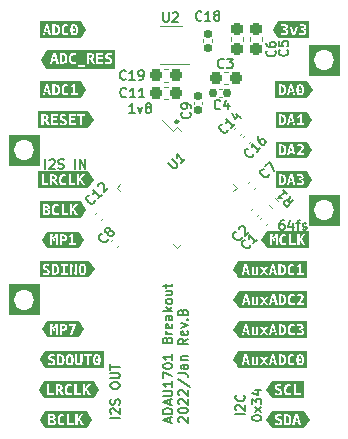
<source format=gbr>
%TF.GenerationSoftware,KiCad,Pcbnew,(6.0.0-0)*%
%TF.CreationDate,2022-01-12T16:50:32+09:00*%
%TF.ProjectId,ADAU1701-RPPico-module,41444155-3137-4303-912d-52505069636f,B*%
%TF.SameCoordinates,Original*%
%TF.FileFunction,Legend,Top*%
%TF.FilePolarity,Positive*%
%FSLAX46Y46*%
G04 Gerber Fmt 4.6, Leading zero omitted, Abs format (unit mm)*
G04 Created by KiCad (PCBNEW (6.0.0-0)) date 2022-01-12 16:50:32*
%MOMM*%
%LPD*%
G01*
G04 APERTURE LIST*
G04 Aperture macros list*
%AMRoundRect*
0 Rectangle with rounded corners*
0 $1 Rounding radius*
0 $2 $3 $4 $5 $6 $7 $8 $9 X,Y pos of 4 corners*
0 Add a 4 corners polygon primitive as box body*
4,1,4,$2,$3,$4,$5,$6,$7,$8,$9,$2,$3,0*
0 Add four circle primitives for the rounded corners*
1,1,$1+$1,$2,$3*
1,1,$1+$1,$4,$5*
1,1,$1+$1,$6,$7*
1,1,$1+$1,$8,$9*
0 Add four rect primitives between the rounded corners*
20,1,$1+$1,$2,$3,$4,$5,0*
20,1,$1+$1,$4,$5,$6,$7,0*
20,1,$1+$1,$6,$7,$8,$9,0*
20,1,$1+$1,$8,$9,$2,$3,0*%
G04 Aperture macros list end*
%ADD10C,0.150000*%
%ADD11C,0.120000*%
%ADD12C,0.260000*%
%ADD13RoundRect,0.237500X0.300000X0.237500X-0.300000X0.237500X-0.300000X-0.237500X0.300000X-0.237500X0*%
%ADD14RoundRect,0.155000X-0.155000X0.212500X-0.155000X-0.212500X0.155000X-0.212500X0.155000X0.212500X0*%
%ADD15RoundRect,0.237500X-0.237500X0.300000X-0.237500X-0.300000X0.237500X-0.300000X0.237500X0.300000X0*%
%ADD16RoundRect,0.075000X-0.521491X0.415425X0.415425X-0.521491X0.521491X-0.415425X-0.415425X0.521491X0*%
%ADD17RoundRect,0.075000X-0.521491X-0.415425X-0.415425X-0.521491X0.521491X0.415425X0.415425X0.521491X0*%
%ADD18RoundRect,0.155000X0.040659X0.259862X-0.259862X-0.040659X-0.040659X-0.259862X0.259862X0.040659X0*%
%ADD19C,0.600000*%
%ADD20RoundRect,0.155000X0.155000X-0.212500X0.155000X0.212500X-0.155000X0.212500X-0.155000X-0.212500X0*%
%ADD21R,1.560000X0.650000*%
%ADD22RoundRect,0.155000X-0.040659X-0.259862X0.259862X0.040659X0.040659X0.259862X-0.259862X-0.040659X0*%
%ADD23RoundRect,0.237500X-0.300000X-0.237500X0.300000X-0.237500X0.300000X0.237500X-0.300000X0.237500X0*%
%ADD24RoundRect,0.160000X-0.252791X0.026517X0.026517X-0.252791X0.252791X-0.026517X-0.026517X0.252791X0*%
%ADD25RoundRect,0.155000X0.212500X0.155000X-0.212500X0.155000X-0.212500X-0.155000X0.212500X-0.155000X0*%
%ADD26R,1.700000X1.700000*%
%ADD27O,1.700000X1.700000*%
G04 APERTURE END LIST*
D10*
X146449633Y-74557504D02*
X146297252Y-74557504D01*
X146221061Y-74595600D01*
X146182966Y-74633695D01*
X146106776Y-74747980D01*
X146068680Y-74900361D01*
X146068680Y-75205123D01*
X146106776Y-75281314D01*
X146144871Y-75319409D01*
X146221061Y-75357504D01*
X146373442Y-75357504D01*
X146449633Y-75319409D01*
X146487728Y-75281314D01*
X146525823Y-75205123D01*
X146525823Y-75014647D01*
X146487728Y-74938457D01*
X146449633Y-74900361D01*
X146373442Y-74862266D01*
X146221061Y-74862266D01*
X146144871Y-74900361D01*
X146106776Y-74938457D01*
X146068680Y-75014647D01*
X147211538Y-74824171D02*
X147211538Y-75357504D01*
X147021061Y-74519409D02*
X146830585Y-75090838D01*
X147325823Y-75090838D01*
X147516300Y-74824171D02*
X147821061Y-74824171D01*
X147630585Y-75357504D02*
X147630585Y-74671790D01*
X147668680Y-74595600D01*
X147744871Y-74557504D01*
X147821061Y-74557504D01*
X148049633Y-75319409D02*
X148125823Y-75357504D01*
X148278204Y-75357504D01*
X148354395Y-75319409D01*
X148392490Y-75243219D01*
X148392490Y-75205123D01*
X148354395Y-75128933D01*
X148278204Y-75090838D01*
X148163919Y-75090838D01*
X148087728Y-75052742D01*
X148049633Y-74976552D01*
X148049633Y-74938457D01*
X148087728Y-74862266D01*
X148163919Y-74824171D01*
X148278204Y-74824171D01*
X148354395Y-74862266D01*
D11*
X123190000Y-67310000D02*
X125730000Y-67310000D01*
X125730000Y-67310000D02*
X125730000Y-69850000D01*
X125730000Y-69850000D02*
X123190000Y-69850000D01*
X123190000Y-69850000D02*
X123190000Y-67310000D01*
G36*
X123190000Y-67310000D02*
G01*
X125730000Y-67310000D01*
X125730000Y-69850000D01*
X123190000Y-69850000D01*
X123190000Y-67310000D01*
G37*
X148590000Y-59690000D02*
X151130000Y-59690000D01*
X151130000Y-59690000D02*
X151130000Y-62230000D01*
X151130000Y-62230000D02*
X148590000Y-62230000D01*
X148590000Y-62230000D02*
X148590000Y-59690000D01*
G36*
X148590000Y-59690000D02*
G01*
X151130000Y-59690000D01*
X151130000Y-62230000D01*
X148590000Y-62230000D01*
X148590000Y-59690000D01*
G37*
D12*
X137530000Y-66200000D02*
G75*
G03*
X137530000Y-66200000I-130000J0D01*
G01*
D11*
X148590000Y-72390000D02*
X151130000Y-72390000D01*
X151130000Y-72390000D02*
X151130000Y-74930000D01*
X151130000Y-74930000D02*
X148590000Y-74930000D01*
X148590000Y-74930000D02*
X148590000Y-72390000D01*
G36*
X148590000Y-72390000D02*
G01*
X151130000Y-72390000D01*
X151130000Y-74930000D01*
X148590000Y-74930000D01*
X148590000Y-72390000D01*
G37*
X123190000Y-79974000D02*
X125730000Y-79974000D01*
X125730000Y-79974000D02*
X125730000Y-82514000D01*
X125730000Y-82514000D02*
X123190000Y-82514000D01*
X123190000Y-82514000D02*
X123190000Y-79974000D01*
G36*
X123190000Y-79974000D02*
G01*
X125730000Y-79974000D01*
X125730000Y-82514000D01*
X123190000Y-82514000D01*
X123190000Y-79974000D01*
G37*
D10*
X143161904Y-90982023D02*
X142361904Y-90982023D01*
X142438095Y-90639166D02*
X142400000Y-90601071D01*
X142361904Y-90524880D01*
X142361904Y-90334404D01*
X142400000Y-90258214D01*
X142438095Y-90220119D01*
X142514285Y-90182023D01*
X142590476Y-90182023D01*
X142704761Y-90220119D01*
X143161904Y-90677261D01*
X143161904Y-90182023D01*
X143085714Y-89382023D02*
X143123809Y-89420119D01*
X143161904Y-89534404D01*
X143161904Y-89610595D01*
X143123809Y-89724880D01*
X143047619Y-89801071D01*
X142971428Y-89839166D01*
X142819047Y-89877261D01*
X142704761Y-89877261D01*
X142552380Y-89839166D01*
X142476190Y-89801071D01*
X142400000Y-89724880D01*
X142361904Y-89610595D01*
X142361904Y-89534404D01*
X142400000Y-89420119D01*
X142438095Y-89382023D01*
X126271976Y-70211904D02*
X126271976Y-69411904D01*
X126614833Y-69488095D02*
X126652928Y-69450000D01*
X126729119Y-69411904D01*
X126919595Y-69411904D01*
X126995785Y-69450000D01*
X127033880Y-69488095D01*
X127071976Y-69564285D01*
X127071976Y-69640476D01*
X127033880Y-69754761D01*
X126576738Y-70211904D01*
X127071976Y-70211904D01*
X127376738Y-70173809D02*
X127491023Y-70211904D01*
X127681500Y-70211904D01*
X127757690Y-70173809D01*
X127795785Y-70135714D01*
X127833880Y-70059523D01*
X127833880Y-69983333D01*
X127795785Y-69907142D01*
X127757690Y-69869047D01*
X127681500Y-69830952D01*
X127529119Y-69792857D01*
X127452928Y-69754761D01*
X127414833Y-69716666D01*
X127376738Y-69640476D01*
X127376738Y-69564285D01*
X127414833Y-69488095D01*
X127452928Y-69450000D01*
X127529119Y-69411904D01*
X127719595Y-69411904D01*
X127833880Y-69450000D01*
X128786261Y-70211904D02*
X128786261Y-69411904D01*
X129167214Y-70211904D02*
X129167214Y-69411904D01*
X129624357Y-70211904D01*
X129624357Y-69411904D01*
X143761904Y-91329642D02*
X143761904Y-91253452D01*
X143800000Y-91177261D01*
X143838095Y-91139166D01*
X143914285Y-91101071D01*
X144066666Y-91062976D01*
X144257142Y-91062976D01*
X144409523Y-91101071D01*
X144485714Y-91139166D01*
X144523809Y-91177261D01*
X144561904Y-91253452D01*
X144561904Y-91329642D01*
X144523809Y-91405833D01*
X144485714Y-91443928D01*
X144409523Y-91482023D01*
X144257142Y-91520119D01*
X144066666Y-91520119D01*
X143914285Y-91482023D01*
X143838095Y-91443928D01*
X143800000Y-91405833D01*
X143761904Y-91329642D01*
X144561904Y-90796309D02*
X144028571Y-90377261D01*
X144028571Y-90796309D02*
X144561904Y-90377261D01*
X143761904Y-90148690D02*
X143761904Y-89653452D01*
X144066666Y-89920119D01*
X144066666Y-89805833D01*
X144104761Y-89729642D01*
X144142857Y-89691547D01*
X144219047Y-89653452D01*
X144409523Y-89653452D01*
X144485714Y-89691547D01*
X144523809Y-89729642D01*
X144561904Y-89805833D01*
X144561904Y-90034404D01*
X144523809Y-90110595D01*
X144485714Y-90148690D01*
X144028571Y-88967738D02*
X144561904Y-88967738D01*
X143723809Y-89158214D02*
X144295238Y-89348690D01*
X144295238Y-88853452D01*
X136789333Y-91650119D02*
X136789333Y-91269166D01*
X137017904Y-91726309D02*
X136217904Y-91459642D01*
X137017904Y-91192976D01*
X137017904Y-90926309D02*
X136217904Y-90926309D01*
X136217904Y-90735833D01*
X136256000Y-90621547D01*
X136332190Y-90545357D01*
X136408380Y-90507261D01*
X136560761Y-90469166D01*
X136675047Y-90469166D01*
X136827428Y-90507261D01*
X136903619Y-90545357D01*
X136979809Y-90621547D01*
X137017904Y-90735833D01*
X137017904Y-90926309D01*
X136789333Y-90164404D02*
X136789333Y-89783452D01*
X137017904Y-90240595D02*
X136217904Y-89973928D01*
X137017904Y-89707261D01*
X136217904Y-89440595D02*
X136865523Y-89440595D01*
X136941714Y-89402500D01*
X136979809Y-89364404D01*
X137017904Y-89288214D01*
X137017904Y-89135833D01*
X136979809Y-89059642D01*
X136941714Y-89021547D01*
X136865523Y-88983452D01*
X136217904Y-88983452D01*
X137017904Y-88183452D02*
X137017904Y-88640595D01*
X137017904Y-88412023D02*
X136217904Y-88412023D01*
X136332190Y-88488214D01*
X136408380Y-88564404D01*
X136446476Y-88640595D01*
X136217904Y-87916785D02*
X136217904Y-87383452D01*
X137017904Y-87726309D01*
X136217904Y-86926309D02*
X136217904Y-86850119D01*
X136256000Y-86773928D01*
X136294095Y-86735833D01*
X136370285Y-86697738D01*
X136522666Y-86659642D01*
X136713142Y-86659642D01*
X136865523Y-86697738D01*
X136941714Y-86735833D01*
X136979809Y-86773928D01*
X137017904Y-86850119D01*
X137017904Y-86926309D01*
X136979809Y-87002500D01*
X136941714Y-87040595D01*
X136865523Y-87078690D01*
X136713142Y-87116785D01*
X136522666Y-87116785D01*
X136370285Y-87078690D01*
X136294095Y-87040595D01*
X136256000Y-87002500D01*
X136217904Y-86926309D01*
X137017904Y-85897738D02*
X137017904Y-86354880D01*
X137017904Y-86126309D02*
X136217904Y-86126309D01*
X136332190Y-86202500D01*
X136408380Y-86278690D01*
X136446476Y-86354880D01*
X136598857Y-84678690D02*
X136636952Y-84564404D01*
X136675047Y-84526309D01*
X136751238Y-84488214D01*
X136865523Y-84488214D01*
X136941714Y-84526309D01*
X136979809Y-84564404D01*
X137017904Y-84640595D01*
X137017904Y-84945357D01*
X136217904Y-84945357D01*
X136217904Y-84678690D01*
X136256000Y-84602500D01*
X136294095Y-84564404D01*
X136370285Y-84526309D01*
X136446476Y-84526309D01*
X136522666Y-84564404D01*
X136560761Y-84602500D01*
X136598857Y-84678690D01*
X136598857Y-84945357D01*
X137017904Y-84145357D02*
X136484571Y-84145357D01*
X136636952Y-84145357D02*
X136560761Y-84107261D01*
X136522666Y-84069166D01*
X136484571Y-83992976D01*
X136484571Y-83916785D01*
X136979809Y-83345357D02*
X137017904Y-83421547D01*
X137017904Y-83573928D01*
X136979809Y-83650119D01*
X136903619Y-83688214D01*
X136598857Y-83688214D01*
X136522666Y-83650119D01*
X136484571Y-83573928D01*
X136484571Y-83421547D01*
X136522666Y-83345357D01*
X136598857Y-83307261D01*
X136675047Y-83307261D01*
X136751238Y-83688214D01*
X137017904Y-82621547D02*
X136598857Y-82621547D01*
X136522666Y-82659642D01*
X136484571Y-82735833D01*
X136484571Y-82888214D01*
X136522666Y-82964404D01*
X136979809Y-82621547D02*
X137017904Y-82697738D01*
X137017904Y-82888214D01*
X136979809Y-82964404D01*
X136903619Y-83002500D01*
X136827428Y-83002500D01*
X136751238Y-82964404D01*
X136713142Y-82888214D01*
X136713142Y-82697738D01*
X136675047Y-82621547D01*
X137017904Y-82240595D02*
X136217904Y-82240595D01*
X136713142Y-82164404D02*
X137017904Y-81935833D01*
X136484571Y-81935833D02*
X136789333Y-82240595D01*
X137017904Y-81478690D02*
X136979809Y-81554880D01*
X136941714Y-81592976D01*
X136865523Y-81631071D01*
X136636952Y-81631071D01*
X136560761Y-81592976D01*
X136522666Y-81554880D01*
X136484571Y-81478690D01*
X136484571Y-81364404D01*
X136522666Y-81288214D01*
X136560761Y-81250119D01*
X136636952Y-81212023D01*
X136865523Y-81212023D01*
X136941714Y-81250119D01*
X136979809Y-81288214D01*
X137017904Y-81364404D01*
X137017904Y-81478690D01*
X136484571Y-80526309D02*
X137017904Y-80526309D01*
X136484571Y-80869166D02*
X136903619Y-80869166D01*
X136979809Y-80831071D01*
X137017904Y-80754880D01*
X137017904Y-80640595D01*
X136979809Y-80564404D01*
X136941714Y-80526309D01*
X136484571Y-80259642D02*
X136484571Y-79954880D01*
X136217904Y-80145357D02*
X136903619Y-80145357D01*
X136979809Y-80107261D01*
X137017904Y-80031071D01*
X137017904Y-79954880D01*
X137582095Y-91650119D02*
X137544000Y-91612023D01*
X137505904Y-91535833D01*
X137505904Y-91345357D01*
X137544000Y-91269166D01*
X137582095Y-91231071D01*
X137658285Y-91192976D01*
X137734476Y-91192976D01*
X137848761Y-91231071D01*
X138305904Y-91688214D01*
X138305904Y-91192976D01*
X137505904Y-90697738D02*
X137505904Y-90621547D01*
X137544000Y-90545357D01*
X137582095Y-90507261D01*
X137658285Y-90469166D01*
X137810666Y-90431071D01*
X138001142Y-90431071D01*
X138153523Y-90469166D01*
X138229714Y-90507261D01*
X138267809Y-90545357D01*
X138305904Y-90621547D01*
X138305904Y-90697738D01*
X138267809Y-90773928D01*
X138229714Y-90812023D01*
X138153523Y-90850119D01*
X138001142Y-90888214D01*
X137810666Y-90888214D01*
X137658285Y-90850119D01*
X137582095Y-90812023D01*
X137544000Y-90773928D01*
X137505904Y-90697738D01*
X137582095Y-90126309D02*
X137544000Y-90088214D01*
X137505904Y-90012023D01*
X137505904Y-89821547D01*
X137544000Y-89745357D01*
X137582095Y-89707261D01*
X137658285Y-89669166D01*
X137734476Y-89669166D01*
X137848761Y-89707261D01*
X138305904Y-90164404D01*
X138305904Y-89669166D01*
X137582095Y-89364404D02*
X137544000Y-89326309D01*
X137505904Y-89250119D01*
X137505904Y-89059642D01*
X137544000Y-88983452D01*
X137582095Y-88945357D01*
X137658285Y-88907261D01*
X137734476Y-88907261D01*
X137848761Y-88945357D01*
X138305904Y-89402500D01*
X138305904Y-88907261D01*
X137467809Y-87992976D02*
X138496380Y-88678690D01*
X137505904Y-87497738D02*
X138077333Y-87497738D01*
X138191619Y-87535833D01*
X138267809Y-87612023D01*
X138305904Y-87726309D01*
X138305904Y-87802500D01*
X138305904Y-86773928D02*
X137886857Y-86773928D01*
X137810666Y-86812023D01*
X137772571Y-86888214D01*
X137772571Y-87040595D01*
X137810666Y-87116785D01*
X138267809Y-86773928D02*
X138305904Y-86850119D01*
X138305904Y-87040595D01*
X138267809Y-87116785D01*
X138191619Y-87154880D01*
X138115428Y-87154880D01*
X138039238Y-87116785D01*
X138001142Y-87040595D01*
X138001142Y-86850119D01*
X137963047Y-86773928D01*
X137772571Y-86392976D02*
X138305904Y-86392976D01*
X137848761Y-86392976D02*
X137810666Y-86354880D01*
X137772571Y-86278690D01*
X137772571Y-86164404D01*
X137810666Y-86088214D01*
X137886857Y-86050119D01*
X138305904Y-86050119D01*
X138305904Y-84602500D02*
X137924952Y-84869166D01*
X138305904Y-85059642D02*
X137505904Y-85059642D01*
X137505904Y-84754880D01*
X137544000Y-84678690D01*
X137582095Y-84640595D01*
X137658285Y-84602500D01*
X137772571Y-84602500D01*
X137848761Y-84640595D01*
X137886857Y-84678690D01*
X137924952Y-84754880D01*
X137924952Y-85059642D01*
X138267809Y-83954880D02*
X138305904Y-84031071D01*
X138305904Y-84183452D01*
X138267809Y-84259642D01*
X138191619Y-84297738D01*
X137886857Y-84297738D01*
X137810666Y-84259642D01*
X137772571Y-84183452D01*
X137772571Y-84031071D01*
X137810666Y-83954880D01*
X137886857Y-83916785D01*
X137963047Y-83916785D01*
X138039238Y-84297738D01*
X137772571Y-83650119D02*
X138305904Y-83459642D01*
X137772571Y-83269166D01*
X138229714Y-82964404D02*
X138267809Y-82926309D01*
X138305904Y-82964404D01*
X138267809Y-83002500D01*
X138229714Y-82964404D01*
X138305904Y-82964404D01*
X137886857Y-82316785D02*
X137924952Y-82202500D01*
X137963047Y-82164404D01*
X138039238Y-82126309D01*
X138153523Y-82126309D01*
X138229714Y-82164404D01*
X138267809Y-82202500D01*
X138305904Y-82278690D01*
X138305904Y-82583452D01*
X137505904Y-82583452D01*
X137505904Y-82316785D01*
X137544000Y-82240595D01*
X137582095Y-82202500D01*
X137658285Y-82164404D01*
X137734476Y-82164404D01*
X137810666Y-82202500D01*
X137848761Y-82240595D01*
X137886857Y-82316785D01*
X137886857Y-82583452D01*
X132561904Y-91282023D02*
X131761904Y-91282023D01*
X131838095Y-90939166D02*
X131800000Y-90901071D01*
X131761904Y-90824880D01*
X131761904Y-90634404D01*
X131800000Y-90558214D01*
X131838095Y-90520119D01*
X131914285Y-90482023D01*
X131990476Y-90482023D01*
X132104761Y-90520119D01*
X132561904Y-90977261D01*
X132561904Y-90482023D01*
X132523809Y-90177261D02*
X132561904Y-90062976D01*
X132561904Y-89872500D01*
X132523809Y-89796309D01*
X132485714Y-89758214D01*
X132409523Y-89720119D01*
X132333333Y-89720119D01*
X132257142Y-89758214D01*
X132219047Y-89796309D01*
X132180952Y-89872500D01*
X132142857Y-90024880D01*
X132104761Y-90101071D01*
X132066666Y-90139166D01*
X131990476Y-90177261D01*
X131914285Y-90177261D01*
X131838095Y-90139166D01*
X131800000Y-90101071D01*
X131761904Y-90024880D01*
X131761904Y-89834404D01*
X131800000Y-89720119D01*
X131761904Y-88615357D02*
X131761904Y-88462976D01*
X131800000Y-88386785D01*
X131876190Y-88310595D01*
X132028571Y-88272500D01*
X132295238Y-88272500D01*
X132447619Y-88310595D01*
X132523809Y-88386785D01*
X132561904Y-88462976D01*
X132561904Y-88615357D01*
X132523809Y-88691547D01*
X132447619Y-88767738D01*
X132295238Y-88805833D01*
X132028571Y-88805833D01*
X131876190Y-88767738D01*
X131800000Y-88691547D01*
X131761904Y-88615357D01*
X131761904Y-87929642D02*
X132409523Y-87929642D01*
X132485714Y-87891547D01*
X132523809Y-87853452D01*
X132561904Y-87777261D01*
X132561904Y-87624880D01*
X132523809Y-87548690D01*
X132485714Y-87510595D01*
X132409523Y-87472500D01*
X131761904Y-87472500D01*
X131761904Y-87205833D02*
X131761904Y-86748690D01*
X132561904Y-86977261D02*
X131761904Y-86977261D01*
%TO.C,C11*%
X133123214Y-64085714D02*
X133085119Y-64123809D01*
X132970833Y-64161904D01*
X132894642Y-64161904D01*
X132780357Y-64123809D01*
X132704166Y-64047619D01*
X132666071Y-63971428D01*
X132627976Y-63819047D01*
X132627976Y-63704761D01*
X132666071Y-63552380D01*
X132704166Y-63476190D01*
X132780357Y-63400000D01*
X132894642Y-63361904D01*
X132970833Y-63361904D01*
X133085119Y-63400000D01*
X133123214Y-63438095D01*
X133885119Y-64161904D02*
X133427976Y-64161904D01*
X133656547Y-64161904D02*
X133656547Y-63361904D01*
X133580357Y-63476190D01*
X133504166Y-63552380D01*
X133427976Y-63590476D01*
X134647023Y-64161904D02*
X134189880Y-64161904D01*
X134418452Y-64161904D02*
X134418452Y-63361904D01*
X134342261Y-63476190D01*
X134266071Y-63552380D01*
X134189880Y-63590476D01*
%TO.C,C18*%
X139485714Y-57585714D02*
X139447619Y-57623809D01*
X139333333Y-57661904D01*
X139257142Y-57661904D01*
X139142857Y-57623809D01*
X139066666Y-57547619D01*
X139028571Y-57471428D01*
X138990476Y-57319047D01*
X138990476Y-57204761D01*
X139028571Y-57052380D01*
X139066666Y-56976190D01*
X139142857Y-56900000D01*
X139257142Y-56861904D01*
X139333333Y-56861904D01*
X139447619Y-56900000D01*
X139485714Y-56938095D01*
X140247619Y-57661904D02*
X139790476Y-57661904D01*
X140019047Y-57661904D02*
X140019047Y-56861904D01*
X139942857Y-56976190D01*
X139866666Y-57052380D01*
X139790476Y-57090476D01*
X140704761Y-57204761D02*
X140628571Y-57166666D01*
X140590476Y-57128571D01*
X140552380Y-57052380D01*
X140552380Y-57014285D01*
X140590476Y-56938095D01*
X140628571Y-56900000D01*
X140704761Y-56861904D01*
X140857142Y-56861904D01*
X140933333Y-56900000D01*
X140971428Y-56938095D01*
X141009523Y-57014285D01*
X141009523Y-57052380D01*
X140971428Y-57128571D01*
X140933333Y-57166666D01*
X140857142Y-57204761D01*
X140704761Y-57204761D01*
X140628571Y-57242857D01*
X140590476Y-57280952D01*
X140552380Y-57357142D01*
X140552380Y-57509523D01*
X140590476Y-57585714D01*
X140628571Y-57623809D01*
X140704761Y-57661904D01*
X140857142Y-57661904D01*
X140933333Y-57623809D01*
X140971428Y-57585714D01*
X141009523Y-57509523D01*
X141009523Y-57357142D01*
X140971428Y-57280952D01*
X140933333Y-57242857D01*
X140857142Y-57204761D01*
%TO.C,C6*%
X145705714Y-60193333D02*
X145743809Y-60231428D01*
X145781904Y-60345714D01*
X145781904Y-60421904D01*
X145743809Y-60536190D01*
X145667619Y-60612380D01*
X145591428Y-60650476D01*
X145439047Y-60688571D01*
X145324761Y-60688571D01*
X145172380Y-60650476D01*
X145096190Y-60612380D01*
X145020000Y-60536190D01*
X144981904Y-60421904D01*
X144981904Y-60345714D01*
X145020000Y-60231428D01*
X145058095Y-60193333D01*
X144981904Y-59507619D02*
X144981904Y-59660000D01*
X145020000Y-59736190D01*
X145058095Y-59774285D01*
X145172380Y-59850476D01*
X145324761Y-59888571D01*
X145629523Y-59888571D01*
X145705714Y-59850476D01*
X145743809Y-59812380D01*
X145781904Y-59736190D01*
X145781904Y-59583809D01*
X145743809Y-59507619D01*
X145705714Y-59469523D01*
X145629523Y-59431428D01*
X145439047Y-59431428D01*
X145362857Y-59469523D01*
X145324761Y-59507619D01*
X145286666Y-59583809D01*
X145286666Y-59736190D01*
X145324761Y-59812380D01*
X145362857Y-59850476D01*
X145439047Y-59888571D01*
%TO.C,U1*%
X136645221Y-69681218D02*
X137103157Y-70139154D01*
X137183969Y-70166091D01*
X137237844Y-70166091D01*
X137318656Y-70139154D01*
X137426406Y-70031404D01*
X137453343Y-69950592D01*
X137453343Y-69896717D01*
X137426406Y-69815905D01*
X136968470Y-69357969D01*
X138099841Y-69357969D02*
X137776592Y-69681218D01*
X137938216Y-69519593D02*
X137372531Y-68953908D01*
X137399468Y-69088595D01*
X137399468Y-69196345D01*
X137372531Y-69277157D01*
%TO.C,C16*%
X143879175Y-68957285D02*
X143879175Y-69011160D01*
X143825300Y-69118909D01*
X143771425Y-69172784D01*
X143663676Y-69226659D01*
X143555926Y-69226659D01*
X143475114Y-69199722D01*
X143340427Y-69118909D01*
X143259615Y-69038097D01*
X143178803Y-68903410D01*
X143151865Y-68822598D01*
X143151865Y-68714848D01*
X143205740Y-68607099D01*
X143259615Y-68553224D01*
X143367364Y-68499349D01*
X143421239Y-68499349D01*
X144471798Y-68472412D02*
X144148549Y-68795661D01*
X144310174Y-68634036D02*
X143744488Y-68068351D01*
X143771425Y-68203038D01*
X143771425Y-68310787D01*
X143744488Y-68391600D01*
X144390986Y-67421853D02*
X144283236Y-67529603D01*
X144256299Y-67610415D01*
X144256299Y-67664290D01*
X144283236Y-67798977D01*
X144364048Y-67933664D01*
X144579548Y-68149163D01*
X144660360Y-68176100D01*
X144714235Y-68176100D01*
X144795047Y-68149163D01*
X144902796Y-68041413D01*
X144929734Y-67960601D01*
X144929734Y-67906726D01*
X144902796Y-67825914D01*
X144768109Y-67691227D01*
X144687297Y-67664290D01*
X144633422Y-67664290D01*
X144552610Y-67691227D01*
X144444861Y-67798977D01*
X144417923Y-67879789D01*
X144417923Y-67933664D01*
X144444861Y-68014476D01*
%TO.C,TP2*%
X133842857Y-65461904D02*
X133385714Y-65461904D01*
X133614285Y-65461904D02*
X133614285Y-64661904D01*
X133538095Y-64776190D01*
X133461904Y-64852380D01*
X133385714Y-64890476D01*
X134109523Y-64928571D02*
X134300000Y-65461904D01*
X134490476Y-64928571D01*
X134909523Y-65004761D02*
X134833333Y-64966666D01*
X134795238Y-64928571D01*
X134757142Y-64852380D01*
X134757142Y-64814285D01*
X134795238Y-64738095D01*
X134833333Y-64700000D01*
X134909523Y-64661904D01*
X135061904Y-64661904D01*
X135138095Y-64700000D01*
X135176190Y-64738095D01*
X135214285Y-64814285D01*
X135214285Y-64852380D01*
X135176190Y-64928571D01*
X135138095Y-64966666D01*
X135061904Y-65004761D01*
X134909523Y-65004761D01*
X134833333Y-65042857D01*
X134795238Y-65080952D01*
X134757142Y-65157142D01*
X134757142Y-65309523D01*
X134795238Y-65385714D01*
X134833333Y-65423809D01*
X134909523Y-65461904D01*
X135061904Y-65461904D01*
X135138095Y-65423809D01*
X135176190Y-65385714D01*
X135214285Y-65309523D01*
X135214285Y-65157142D01*
X135176190Y-65080952D01*
X135138095Y-65042857D01*
X135061904Y-65004761D01*
%TO.C,C5*%
X146745714Y-60143333D02*
X146783809Y-60181428D01*
X146821904Y-60295714D01*
X146821904Y-60371904D01*
X146783809Y-60486190D01*
X146707619Y-60562380D01*
X146631428Y-60600476D01*
X146479047Y-60638571D01*
X146364761Y-60638571D01*
X146212380Y-60600476D01*
X146136190Y-60562380D01*
X146060000Y-60486190D01*
X146021904Y-60371904D01*
X146021904Y-60295714D01*
X146060000Y-60181428D01*
X146098095Y-60143333D01*
X146021904Y-59419523D02*
X146021904Y-59800476D01*
X146402857Y-59838571D01*
X146364761Y-59800476D01*
X146326666Y-59724285D01*
X146326666Y-59533809D01*
X146364761Y-59457619D01*
X146402857Y-59419523D01*
X146479047Y-59381428D01*
X146669523Y-59381428D01*
X146745714Y-59419523D01*
X146783809Y-59457619D01*
X146821904Y-59533809D01*
X146821904Y-59724285D01*
X146783809Y-59800476D01*
X146745714Y-59838571D01*
%TO.C,C9*%
X138485714Y-65433333D02*
X138523809Y-65471428D01*
X138561904Y-65585714D01*
X138561904Y-65661904D01*
X138523809Y-65776190D01*
X138447619Y-65852380D01*
X138371428Y-65890476D01*
X138219047Y-65928571D01*
X138104761Y-65928571D01*
X137952380Y-65890476D01*
X137876190Y-65852380D01*
X137800000Y-65776190D01*
X137761904Y-65661904D01*
X137761904Y-65585714D01*
X137800000Y-65471428D01*
X137838095Y-65433333D01*
X138561904Y-65052380D02*
X138561904Y-64900000D01*
X138523809Y-64823809D01*
X138485714Y-64785714D01*
X138371428Y-64709523D01*
X138219047Y-64671428D01*
X137914285Y-64671428D01*
X137838095Y-64709523D01*
X137800000Y-64747619D01*
X137761904Y-64823809D01*
X137761904Y-64976190D01*
X137800000Y-65052380D01*
X137838095Y-65090476D01*
X137914285Y-65128571D01*
X138104761Y-65128571D01*
X138180952Y-65090476D01*
X138219047Y-65052380D01*
X138257142Y-64976190D01*
X138257142Y-64823809D01*
X138219047Y-64747619D01*
X138180952Y-64709523D01*
X138104761Y-64671428D01*
%TO.C,C3*%
X141366666Y-61585714D02*
X141328571Y-61623809D01*
X141214285Y-61661904D01*
X141138095Y-61661904D01*
X141023809Y-61623809D01*
X140947619Y-61547619D01*
X140909523Y-61471428D01*
X140871428Y-61319047D01*
X140871428Y-61204761D01*
X140909523Y-61052380D01*
X140947619Y-60976190D01*
X141023809Y-60900000D01*
X141138095Y-60861904D01*
X141214285Y-60861904D01*
X141328571Y-60900000D01*
X141366666Y-60938095D01*
X141633333Y-60861904D02*
X142128571Y-60861904D01*
X141861904Y-61166666D01*
X141976190Y-61166666D01*
X142052380Y-61204761D01*
X142090476Y-61242857D01*
X142128571Y-61319047D01*
X142128571Y-61509523D01*
X142090476Y-61585714D01*
X142052380Y-61623809D01*
X141976190Y-61661904D01*
X141747619Y-61661904D01*
X141671428Y-61623809D01*
X141633333Y-61585714D01*
%TO.C,U2*%
X136268476Y-56929904D02*
X136268476Y-57577523D01*
X136306571Y-57653714D01*
X136344666Y-57691809D01*
X136420857Y-57729904D01*
X136573238Y-57729904D01*
X136649428Y-57691809D01*
X136687523Y-57653714D01*
X136725619Y-57577523D01*
X136725619Y-56929904D01*
X137068476Y-57006095D02*
X137106571Y-56968000D01*
X137182761Y-56929904D01*
X137373238Y-56929904D01*
X137449428Y-56968000D01*
X137487523Y-57006095D01*
X137525619Y-57082285D01*
X137525619Y-57158476D01*
X137487523Y-57272761D01*
X137030380Y-57729904D01*
X137525619Y-57729904D01*
%TO.C,C7*%
X145207749Y-70666311D02*
X145207749Y-70720186D01*
X145153874Y-70827935D01*
X145100000Y-70881810D01*
X144992250Y-70935685D01*
X144884500Y-70935685D01*
X144803688Y-70908748D01*
X144669001Y-70827935D01*
X144588189Y-70747123D01*
X144507377Y-70612436D01*
X144480439Y-70531624D01*
X144480439Y-70423874D01*
X144534314Y-70316125D01*
X144588189Y-70262250D01*
X144695938Y-70208375D01*
X144749813Y-70208375D01*
X144884500Y-69965938D02*
X145261624Y-69588815D01*
X145584873Y-70396937D01*
%TO.C,C8*%
X131537749Y-76166311D02*
X131537749Y-76220186D01*
X131483874Y-76327935D01*
X131429999Y-76381810D01*
X131322250Y-76435685D01*
X131214500Y-76435685D01*
X131133688Y-76408748D01*
X130999001Y-76327935D01*
X130918189Y-76247123D01*
X130837377Y-76112436D01*
X130810439Y-76031624D01*
X130810439Y-75923874D01*
X130864314Y-75816125D01*
X130918189Y-75762250D01*
X131025938Y-75708375D01*
X131079813Y-75708375D01*
X131591624Y-75573688D02*
X131510812Y-75600625D01*
X131456937Y-75600625D01*
X131376125Y-75573688D01*
X131349187Y-75546751D01*
X131322250Y-75465938D01*
X131322250Y-75412064D01*
X131349187Y-75331251D01*
X131456937Y-75223502D01*
X131537749Y-75196564D01*
X131591624Y-75196564D01*
X131672436Y-75223502D01*
X131699374Y-75250439D01*
X131726311Y-75331251D01*
X131726311Y-75385126D01*
X131699374Y-75465938D01*
X131591624Y-75573688D01*
X131564687Y-75654500D01*
X131564687Y-75708375D01*
X131591624Y-75789187D01*
X131699374Y-75896937D01*
X131780186Y-75923874D01*
X131834061Y-75923874D01*
X131914873Y-75896937D01*
X132022622Y-75789187D01*
X132049560Y-75708375D01*
X132049560Y-75654500D01*
X132022622Y-75573688D01*
X131914873Y-75465938D01*
X131834061Y-75439001D01*
X131780186Y-75439001D01*
X131699374Y-75465938D01*
%TO.C,C12*%
X130458375Y-72875685D02*
X130458375Y-72929560D01*
X130404500Y-73037309D01*
X130350625Y-73091184D01*
X130242876Y-73145059D01*
X130135126Y-73145059D01*
X130054314Y-73118122D01*
X129919627Y-73037309D01*
X129838815Y-72956497D01*
X129758003Y-72821810D01*
X129731065Y-72740998D01*
X129731065Y-72633248D01*
X129784940Y-72525499D01*
X129838815Y-72471624D01*
X129946564Y-72417749D01*
X130000439Y-72417749D01*
X131050998Y-72390812D02*
X130727749Y-72714061D01*
X130889374Y-72552436D02*
X130323688Y-71986751D01*
X130350625Y-72121438D01*
X130350625Y-72229187D01*
X130323688Y-72310000D01*
X130754687Y-71663502D02*
X130754687Y-71609627D01*
X130781624Y-71528815D01*
X130916311Y-71394128D01*
X130997123Y-71367190D01*
X131050998Y-71367190D01*
X131131810Y-71394128D01*
X131185685Y-71448003D01*
X131239560Y-71555752D01*
X131239560Y-72202250D01*
X131589746Y-71852064D01*
%TO.C,C2*%
X142887749Y-75996311D02*
X142887749Y-76050186D01*
X142833874Y-76157935D01*
X142780000Y-76211810D01*
X142672250Y-76265685D01*
X142564500Y-76265685D01*
X142483688Y-76238748D01*
X142349001Y-76157935D01*
X142268189Y-76077123D01*
X142187377Y-75942436D01*
X142160439Y-75861624D01*
X142160439Y-75753874D01*
X142214314Y-75646125D01*
X142268189Y-75592250D01*
X142375938Y-75538375D01*
X142429813Y-75538375D01*
X142645312Y-75322876D02*
X142645312Y-75269001D01*
X142672250Y-75188189D01*
X142806937Y-75053502D01*
X142887749Y-75026564D01*
X142941624Y-75026564D01*
X143022436Y-75053502D01*
X143076311Y-75107377D01*
X143130186Y-75215126D01*
X143130186Y-75861624D01*
X143480372Y-75511438D01*
%TO.C,C19*%
X133085714Y-62585714D02*
X133047619Y-62623809D01*
X132933333Y-62661904D01*
X132857142Y-62661904D01*
X132742857Y-62623809D01*
X132666666Y-62547619D01*
X132628571Y-62471428D01*
X132590476Y-62319047D01*
X132590476Y-62204761D01*
X132628571Y-62052380D01*
X132666666Y-61976190D01*
X132742857Y-61900000D01*
X132857142Y-61861904D01*
X132933333Y-61861904D01*
X133047619Y-61900000D01*
X133085714Y-61938095D01*
X133847619Y-62661904D02*
X133390476Y-62661904D01*
X133619047Y-62661904D02*
X133619047Y-61861904D01*
X133542857Y-61976190D01*
X133466666Y-62052380D01*
X133390476Y-62090476D01*
X134228571Y-62661904D02*
X134380952Y-62661904D01*
X134457142Y-62623809D01*
X134495238Y-62585714D01*
X134571428Y-62471428D01*
X134609523Y-62319047D01*
X134609523Y-62014285D01*
X134571428Y-61938095D01*
X134533333Y-61900000D01*
X134457142Y-61861904D01*
X134304761Y-61861904D01*
X134228571Y-61900000D01*
X134190476Y-61938095D01*
X134152380Y-62014285D01*
X134152380Y-62204761D01*
X134190476Y-62280952D01*
X134228571Y-62319047D01*
X134304761Y-62357142D01*
X134457142Y-62357142D01*
X134533333Y-62319047D01*
X134571428Y-62280952D01*
X134609523Y-62204761D01*
%TO.C,C14*%
X141720175Y-66874485D02*
X141720175Y-66928360D01*
X141666300Y-67036109D01*
X141612425Y-67089984D01*
X141504676Y-67143859D01*
X141396926Y-67143859D01*
X141316114Y-67116922D01*
X141181427Y-67036109D01*
X141100615Y-66955297D01*
X141019803Y-66820610D01*
X140992865Y-66739798D01*
X140992865Y-66632048D01*
X141046740Y-66524299D01*
X141100615Y-66470424D01*
X141208364Y-66416549D01*
X141262239Y-66416549D01*
X142312798Y-66389612D02*
X141989549Y-66712861D01*
X142151174Y-66551236D02*
X141585488Y-65985551D01*
X141612425Y-66120238D01*
X141612425Y-66227987D01*
X141585488Y-66308800D01*
X142420548Y-65527615D02*
X142797671Y-65904738D01*
X142070361Y-65446803D02*
X142339735Y-65985551D01*
X142689922Y-65635364D01*
%TO.C,R1*%
X146950186Y-72508375D02*
X146869374Y-72966311D01*
X147273435Y-72831624D02*
X146707749Y-73397309D01*
X146492250Y-73181810D01*
X146465312Y-73100998D01*
X146465312Y-73047123D01*
X146492250Y-72966311D01*
X146573062Y-72885499D01*
X146653874Y-72858561D01*
X146707749Y-72858561D01*
X146788561Y-72885499D01*
X147004061Y-73100998D01*
X146411438Y-71969627D02*
X146734687Y-72292876D01*
X146573062Y-72131251D02*
X146007377Y-72696937D01*
X146142064Y-72670000D01*
X146249813Y-72670000D01*
X146330625Y-72696937D01*
%TO.C,C1*%
X143617749Y-76676312D02*
X143617749Y-76730187D01*
X143563874Y-76837936D01*
X143510000Y-76891811D01*
X143402250Y-76945686D01*
X143294500Y-76945686D01*
X143213688Y-76918749D01*
X143079001Y-76837936D01*
X142998189Y-76757124D01*
X142917377Y-76622437D01*
X142890439Y-76541625D01*
X142890439Y-76433875D01*
X142944314Y-76326126D01*
X142998189Y-76272251D01*
X143105938Y-76218376D01*
X143159813Y-76218376D01*
X144210372Y-76191439D02*
X143887123Y-76514688D01*
X144048748Y-76353063D02*
X143483062Y-75787378D01*
X143510000Y-75922065D01*
X143510000Y-76029814D01*
X143483062Y-76110626D01*
%TO.C,C4*%
X141088066Y-65095914D02*
X141049971Y-65134009D01*
X140935685Y-65172104D01*
X140859495Y-65172104D01*
X140745209Y-65134009D01*
X140669019Y-65057819D01*
X140630923Y-64981628D01*
X140592828Y-64829247D01*
X140592828Y-64714961D01*
X140630923Y-64562580D01*
X140669019Y-64486390D01*
X140745209Y-64410200D01*
X140859495Y-64372104D01*
X140935685Y-64372104D01*
X141049971Y-64410200D01*
X141088066Y-64448295D01*
X141773780Y-64638771D02*
X141773780Y-65172104D01*
X141583304Y-64334009D02*
X141392828Y-64905438D01*
X141888066Y-64905438D01*
D11*
%TO.C,C11*%
X136646267Y-63290000D02*
X136353733Y-63290000D01*
X136646267Y-64310000D02*
X136353733Y-64310000D01*
%TO.C,kibuzzard-61DADF53*%
G36*
X142173496Y-81280000D02*
G01*
X142634587Y-80588363D01*
X148402504Y-80588363D01*
X148402504Y-81971637D01*
X142634587Y-81971637D01*
X142481900Y-81742607D01*
X142899171Y-81742607D01*
X143082725Y-81742607D01*
X143138536Y-81514404D01*
X143382862Y-81514404D01*
X143439913Y-81742607D01*
X143623468Y-81742607D01*
X143557646Y-81499521D01*
X143745011Y-81499521D01*
X143757723Y-81611143D01*
X143795860Y-81692998D01*
X143858182Y-81743228D01*
X143943448Y-81759971D01*
X144023926Y-81746604D01*
X144083457Y-81706503D01*
X144122042Y-81639668D01*
X144139405Y-81742607D01*
X144303116Y-81742607D01*
X144446983Y-81742607D01*
X144657823Y-81742607D01*
X144794249Y-81509443D01*
X144930675Y-81742607D01*
X145142755Y-81742607D01*
X145198565Y-81742607D01*
X145382120Y-81742607D01*
X145437931Y-81514404D01*
X145682257Y-81514404D01*
X145739308Y-81742607D01*
X145922862Y-81742607D01*
X146029522Y-81742607D01*
X146225479Y-81742607D01*
X146331519Y-81735786D01*
X146421436Y-81715322D01*
X146495230Y-81681216D01*
X146552901Y-81633467D01*
X146596309Y-81570370D01*
X146627315Y-81490220D01*
X146645919Y-81393016D01*
X146651985Y-81281240D01*
X146797227Y-81281240D01*
X146803429Y-81390923D01*
X146822032Y-81486809D01*
X146853038Y-81568897D01*
X146896446Y-81637188D01*
X146951482Y-81690905D01*
X147017369Y-81729275D01*
X147094109Y-81752297D01*
X147181700Y-81759971D01*
X147283399Y-81750049D01*
X147373936Y-81715322D01*
X147373936Y-81608662D01*
X147550050Y-81608662D01*
X147550050Y-81742607D01*
X148137921Y-81742607D01*
X148137921Y-81581377D01*
X147728643Y-81581377D01*
X147760890Y-81552852D01*
X147803678Y-81520605D01*
X147874991Y-81453633D01*
X147941189Y-81386040D01*
X147990953Y-81334570D01*
X148054825Y-81263877D01*
X148091102Y-81211167D01*
X148118077Y-81157217D01*
X148135440Y-81057998D01*
X148130014Y-80998002D01*
X148113736Y-80946997D01*
X148052345Y-80868242D01*
X148004906Y-80837236D01*
X147949405Y-80816152D01*
X147888014Y-80804060D01*
X147822901Y-80800029D01*
X147762130Y-80803130D01*
X147698878Y-80812432D01*
X147640587Y-80826694D01*
X147569893Y-80849639D01*
X147569893Y-81020791D01*
X147634386Y-80987305D01*
X147696397Y-80963740D01*
X147752518Y-80948857D01*
X147806778Y-80943896D01*
X147867395Y-80952423D01*
X147912818Y-80978003D01*
X147941189Y-81018466D01*
X147950645Y-81071641D01*
X147929561Y-81154736D01*
X147902276Y-81199385D01*
X147862589Y-81248994D01*
X147820421Y-81296123D01*
X147758409Y-81363716D01*
X147711280Y-81414410D01*
X147649268Y-81480918D01*
X147564933Y-81570215D01*
X147550050Y-81608662D01*
X147373936Y-81608662D01*
X147373936Y-81511924D01*
X147326808Y-81551611D01*
X147283399Y-81576416D01*
X147190382Y-81596260D01*
X147103875Y-81576416D01*
X147040313Y-81516885D01*
X147011375Y-81455424D01*
X146994011Y-81376876D01*
X146988224Y-81281240D01*
X146994011Y-81185329D01*
X147011375Y-81105954D01*
X147040313Y-81043115D01*
X147103875Y-80983584D01*
X147190382Y-80963740D01*
X147236270Y-80968701D01*
X147282159Y-80983584D01*
X147324327Y-81007769D01*
X147373936Y-81048076D01*
X147373936Y-80844678D01*
X147283399Y-80811191D01*
X147181700Y-80800029D01*
X147094109Y-80807781D01*
X147017369Y-80831035D01*
X146951482Y-80869792D01*
X146896446Y-80924053D01*
X146853038Y-80992886D01*
X146822032Y-81075361D01*
X146803429Y-81171479D01*
X146797227Y-81281240D01*
X146651985Y-81281240D01*
X146652120Y-81278760D01*
X146649364Y-81198834D01*
X146641096Y-81127727D01*
X146627315Y-81065439D01*
X146596309Y-80986064D01*
X146552901Y-80924053D01*
X146495230Y-80877389D01*
X146421436Y-80844058D01*
X146331519Y-80824059D01*
X146225479Y-80817393D01*
X146029522Y-80817393D01*
X146029522Y-81742607D01*
X145922862Y-81742607D01*
X145672335Y-80817393D01*
X145449093Y-80817393D01*
X145198565Y-81742607D01*
X145142755Y-81742607D01*
X144888507Y-81380459D01*
X145121671Y-81048076D01*
X144910831Y-81048076D01*
X144794249Y-81255195D01*
X144678907Y-81048076D01*
X144466827Y-81048076D01*
X144702472Y-81380459D01*
X144446983Y-81742607D01*
X144303116Y-81742607D01*
X144303116Y-81048076D01*
X144122042Y-81048076D01*
X144122042Y-81447432D01*
X144114911Y-81515955D01*
X144093516Y-81567734D01*
X144012901Y-81611143D01*
X143964670Y-81595709D01*
X143935731Y-81549406D01*
X143926085Y-81472236D01*
X143926085Y-81048076D01*
X143745011Y-81048076D01*
X143745011Y-81499521D01*
X143557646Y-81499521D01*
X143372940Y-80817393D01*
X143149698Y-80817393D01*
X142899171Y-81742607D01*
X142481900Y-81742607D01*
X142173496Y-81280000D01*
G37*
G36*
X146355704Y-80998157D02*
G01*
X146416475Y-81049316D01*
X146441969Y-81105127D01*
X146457265Y-81181608D01*
X146462364Y-81278760D01*
X146457265Y-81376600D01*
X146441969Y-81453495D01*
X146416475Y-81509443D01*
X146355084Y-81560603D01*
X146262686Y-81577656D01*
X146213077Y-81577656D01*
X146213077Y-80981104D01*
X146262686Y-80981104D01*
X146355704Y-80998157D01*
G37*
G36*
X145647530Y-81363096D02*
G01*
X145473897Y-81363096D01*
X145560714Y-80983584D01*
X145647530Y-81363096D01*
G37*
G36*
X143348136Y-81363096D02*
G01*
X143174503Y-81363096D01*
X143261319Y-80983584D01*
X143348136Y-81363096D01*
G37*
%TO.C,C18*%
X140360000Y-59251665D02*
X140360000Y-59483335D01*
X139640000Y-59251665D02*
X139640000Y-59483335D01*
%TO.C,kibuzzard-61DADF35*%
G36*
X147737325Y-86601846D02*
G01*
X147719411Y-86543003D01*
X147708662Y-86462388D01*
X147705122Y-86361240D01*
X147762130Y-86361240D01*
X147784454Y-86435654D01*
X147837784Y-86465420D01*
X147891734Y-86436895D01*
X147913438Y-86361240D01*
X147891734Y-86284966D01*
X147837784Y-86255820D01*
X147783834Y-86284966D01*
X147762130Y-86361240D01*
X147705122Y-86361240D01*
X147705079Y-86360000D01*
X147708662Y-86258301D01*
X147719411Y-86178099D01*
X147737325Y-86119395D01*
X147778563Y-86062654D01*
X147837784Y-86043740D01*
X147897935Y-86062654D01*
X147939483Y-86119395D01*
X147957398Y-86178099D01*
X147968146Y-86258301D01*
X147971729Y-86360000D01*
X147968146Y-86462388D01*
X147957398Y-86543003D01*
X147939483Y-86601846D01*
X147897935Y-86657656D01*
X147837784Y-86676260D01*
X147778563Y-86657656D01*
X147737325Y-86601846D01*
G37*
G36*
X146334620Y-86078157D02*
G01*
X146395391Y-86129316D01*
X146420885Y-86185127D01*
X146436181Y-86261608D01*
X146441280Y-86358760D01*
X146436181Y-86456600D01*
X146420885Y-86533495D01*
X146395391Y-86589443D01*
X146334000Y-86640603D01*
X146241602Y-86657656D01*
X146191993Y-86657656D01*
X146191993Y-86061104D01*
X146241602Y-86061104D01*
X146334620Y-86078157D01*
G37*
G36*
X143327052Y-86443096D02*
G01*
X143153419Y-86443096D01*
X143240235Y-86063584D01*
X143327052Y-86443096D01*
G37*
G36*
X145626446Y-86443096D02*
G01*
X145452813Y-86443096D01*
X145539630Y-86063584D01*
X145626446Y-86443096D01*
G37*
G36*
X142152412Y-86360000D02*
G01*
X142613503Y-85668363D01*
X148423588Y-85668363D01*
X148423588Y-87051637D01*
X142613503Y-87051637D01*
X142460816Y-86822607D01*
X142878087Y-86822607D01*
X143061641Y-86822607D01*
X143117452Y-86594404D01*
X143361778Y-86594404D01*
X143418829Y-86822607D01*
X143602384Y-86822607D01*
X143536562Y-86579521D01*
X143723927Y-86579521D01*
X143736639Y-86691143D01*
X143774776Y-86772998D01*
X143837098Y-86823228D01*
X143922364Y-86839971D01*
X144002842Y-86826604D01*
X144062373Y-86786503D01*
X144100958Y-86719668D01*
X144118321Y-86822607D01*
X144282032Y-86822607D01*
X144425899Y-86822607D01*
X144636739Y-86822607D01*
X144773165Y-86589443D01*
X144909591Y-86822607D01*
X145121671Y-86822607D01*
X145177481Y-86822607D01*
X145361036Y-86822607D01*
X145416847Y-86594404D01*
X145661173Y-86594404D01*
X145718224Y-86822607D01*
X145901778Y-86822607D01*
X146008438Y-86822607D01*
X146204395Y-86822607D01*
X146310435Y-86815786D01*
X146400352Y-86795322D01*
X146474146Y-86761216D01*
X146531817Y-86713467D01*
X146575225Y-86650370D01*
X146606231Y-86570220D01*
X146624835Y-86473016D01*
X146630901Y-86361240D01*
X146776143Y-86361240D01*
X146782345Y-86470923D01*
X146800948Y-86566809D01*
X146831954Y-86648897D01*
X146875362Y-86717188D01*
X146930398Y-86770905D01*
X146996285Y-86809275D01*
X147073025Y-86832297D01*
X147160616Y-86839971D01*
X147262315Y-86830049D01*
X147352852Y-86795322D01*
X147352852Y-86591924D01*
X147305724Y-86631611D01*
X147262315Y-86656416D01*
X147169298Y-86676260D01*
X147082791Y-86656416D01*
X147019229Y-86596885D01*
X146990291Y-86535424D01*
X146972927Y-86456876D01*
X146967140Y-86361240D01*
X147516563Y-86361240D01*
X147521602Y-86472939D01*
X147536717Y-86569910D01*
X147561909Y-86652153D01*
X147597179Y-86719668D01*
X147641672Y-86771138D01*
X147695777Y-86808965D01*
X147760735Y-86832219D01*
X147837784Y-86839971D01*
X147914058Y-86832219D01*
X147979171Y-86808965D01*
X148033741Y-86770828D01*
X148078390Y-86718428D01*
X148113659Y-86650525D01*
X148138851Y-86568359D01*
X148153966Y-86471931D01*
X148159005Y-86361240D01*
X148153966Y-86249464D01*
X148138851Y-86152261D01*
X148113659Y-86069630D01*
X148078390Y-86001572D01*
X148015827Y-85934048D01*
X147935625Y-85893534D01*
X147837784Y-85880029D01*
X147766471Y-85887316D01*
X147701358Y-85909175D01*
X147644308Y-85946847D01*
X147597179Y-86001572D01*
X147561909Y-86070560D01*
X147536717Y-86153501D01*
X147521602Y-86250394D01*
X147516563Y-86361240D01*
X146967140Y-86361240D01*
X146972927Y-86265329D01*
X146990291Y-86185954D01*
X147019229Y-86123115D01*
X147082791Y-86063584D01*
X147169298Y-86043740D01*
X147215186Y-86048701D01*
X147261075Y-86063584D01*
X147303243Y-86087769D01*
X147352852Y-86128076D01*
X147352852Y-85924678D01*
X147262315Y-85891191D01*
X147160616Y-85880029D01*
X147073025Y-85887781D01*
X146996285Y-85911035D01*
X146930398Y-85949792D01*
X146875362Y-86004053D01*
X146831954Y-86072886D01*
X146800948Y-86155361D01*
X146782345Y-86251479D01*
X146776143Y-86361240D01*
X146630901Y-86361240D01*
X146631036Y-86358760D01*
X146628280Y-86278834D01*
X146620012Y-86207727D01*
X146606231Y-86145439D01*
X146575225Y-86066064D01*
X146531817Y-86004053D01*
X146474146Y-85957389D01*
X146400352Y-85924058D01*
X146310435Y-85904059D01*
X146204395Y-85897393D01*
X146008438Y-85897393D01*
X146008438Y-86822607D01*
X145901778Y-86822607D01*
X145651251Y-85897393D01*
X145428009Y-85897393D01*
X145177481Y-86822607D01*
X145121671Y-86822607D01*
X144867423Y-86460459D01*
X145100587Y-86128076D01*
X144889747Y-86128076D01*
X144773165Y-86335195D01*
X144657823Y-86128076D01*
X144445743Y-86128076D01*
X144681388Y-86460459D01*
X144425899Y-86822607D01*
X144282032Y-86822607D01*
X144282032Y-86128076D01*
X144100958Y-86128076D01*
X144100958Y-86527432D01*
X144093827Y-86595955D01*
X144072433Y-86647734D01*
X143991817Y-86691143D01*
X143943586Y-86675709D01*
X143914647Y-86629406D01*
X143905001Y-86552236D01*
X143905001Y-86128076D01*
X143723927Y-86128076D01*
X143723927Y-86579521D01*
X143536562Y-86579521D01*
X143351856Y-85897393D01*
X143128614Y-85897393D01*
X142878087Y-86822607D01*
X142460816Y-86822607D01*
X142152412Y-86360000D01*
G37*
%TO.C,C6*%
X143590000Y-59053733D02*
X143590000Y-59346267D01*
X144610000Y-59053733D02*
X144610000Y-59346267D01*
%TO.C,kibuzzard-61DADEF7*%
G36*
X148630211Y-59111637D02*
G01*
X145962880Y-59111637D01*
X145792003Y-58855322D01*
X146227464Y-58855322D01*
X146294436Y-58875166D01*
X146358929Y-58888809D01*
X146428382Y-58897490D01*
X146495354Y-58899971D01*
X146597191Y-58892116D01*
X146681114Y-58868551D01*
X146747122Y-58829277D01*
X146794664Y-58775258D01*
X146823190Y-58707459D01*
X146832698Y-58625879D01*
X146819676Y-58533481D01*
X146780608Y-58462168D01*
X146716736Y-58412249D01*
X146629300Y-58384033D01*
X146706194Y-58357988D01*
X146763245Y-58314580D01*
X146800452Y-58253809D01*
X146809365Y-58188076D01*
X146966643Y-58188076D01*
X147187405Y-58882607D01*
X147410647Y-58882607D01*
X147419320Y-58855322D01*
X147760393Y-58855322D01*
X147827366Y-58875166D01*
X147891858Y-58888809D01*
X147961311Y-58897490D01*
X148028284Y-58899971D01*
X148130121Y-58892116D01*
X148214044Y-58868551D01*
X148280052Y-58829277D01*
X148327594Y-58775258D01*
X148356119Y-58707459D01*
X148365628Y-58625879D01*
X148352605Y-58533481D01*
X148313538Y-58462168D01*
X148249666Y-58412249D01*
X148162229Y-58384033D01*
X148239124Y-58357988D01*
X148296175Y-58314580D01*
X148333382Y-58253809D01*
X148343304Y-58180635D01*
X148334209Y-58111457D01*
X148306923Y-58052753D01*
X148261448Y-58004521D01*
X148200814Y-57968692D01*
X148124747Y-57947195D01*
X148033245Y-57940029D01*
X147974954Y-57942510D01*
X147914183Y-57949951D01*
X147851861Y-57962354D01*
X147788919Y-57979717D01*
X147788919Y-58145908D01*
X147852791Y-58124204D01*
X147911702Y-58108701D01*
X147969993Y-58098159D01*
X148023323Y-58095059D01*
X148085955Y-58102190D01*
X148129983Y-58123584D01*
X148167190Y-58202959D01*
X148129983Y-58279854D01*
X148083475Y-58300317D01*
X148023323Y-58307139D01*
X147926585Y-58307139D01*
X147926585Y-58468369D01*
X148023323Y-58468369D01*
X148096497Y-58478911D01*
X148147347Y-58506816D01*
X148178973Y-58552395D01*
X148189515Y-58612236D01*
X148178973Y-58667737D01*
X148147347Y-58710215D01*
X148092156Y-58736260D01*
X148018362Y-58743701D01*
X147956350Y-58739980D01*
X147886897Y-58728818D01*
X147821165Y-58710215D01*
X147760393Y-58684170D01*
X147760393Y-58855322D01*
X147419320Y-58855322D01*
X147631409Y-58188076D01*
X147447854Y-58188076D01*
X147299026Y-58730059D01*
X147150198Y-58188076D01*
X146966643Y-58188076D01*
X146809365Y-58188076D01*
X146810374Y-58180635D01*
X146801279Y-58111457D01*
X146773994Y-58052753D01*
X146728518Y-58004521D01*
X146667885Y-57968692D01*
X146591817Y-57947195D01*
X146500315Y-57940029D01*
X146442024Y-57942510D01*
X146381253Y-57949951D01*
X146318931Y-57962354D01*
X146255989Y-57979717D01*
X146255989Y-58145908D01*
X146319861Y-58124204D01*
X146378772Y-58108701D01*
X146437063Y-58098159D01*
X146490393Y-58095059D01*
X146553025Y-58102190D01*
X146597054Y-58123584D01*
X146634261Y-58202959D01*
X146597054Y-58279854D01*
X146550545Y-58300317D01*
X146490393Y-58307139D01*
X146393655Y-58307139D01*
X146393655Y-58468369D01*
X146490393Y-58468369D01*
X146563567Y-58478911D01*
X146614417Y-58506816D01*
X146646043Y-58552395D01*
X146656585Y-58612236D01*
X146646043Y-58667737D01*
X146614417Y-58710215D01*
X146559226Y-58736260D01*
X146485433Y-58743701D01*
X146423421Y-58739980D01*
X146353968Y-58728818D01*
X146288235Y-58710215D01*
X146227464Y-58684170D01*
X146227464Y-58855322D01*
X145792003Y-58855322D01*
X145501789Y-58420000D01*
X145962880Y-57728363D01*
X148630211Y-57728363D01*
X148630211Y-59111637D01*
G37*
%TO.C,kibuzzard-61DADF5F*%
G36*
X145636368Y-83903096D02*
G01*
X145462735Y-83903096D01*
X145549552Y-83523584D01*
X145636368Y-83903096D01*
G37*
G36*
X143336974Y-83903096D02*
G01*
X143163341Y-83903096D01*
X143250157Y-83523584D01*
X143336974Y-83903096D01*
G37*
G36*
X146344542Y-83538157D02*
G01*
X146405313Y-83589316D01*
X146430807Y-83645127D01*
X146446103Y-83721608D01*
X146451202Y-83818760D01*
X146446103Y-83916600D01*
X146430807Y-83993495D01*
X146405313Y-84049443D01*
X146343922Y-84100603D01*
X146251524Y-84117656D01*
X146201915Y-84117656D01*
X146201915Y-83521104D01*
X146251524Y-83521104D01*
X146344542Y-83538157D01*
G37*
G36*
X142162334Y-83820000D02*
G01*
X142623425Y-83128363D01*
X148413666Y-83128363D01*
X148413666Y-84511637D01*
X142623425Y-84511637D01*
X142470738Y-84282607D01*
X142888009Y-84282607D01*
X143071563Y-84282607D01*
X143127374Y-84054404D01*
X143371700Y-84054404D01*
X143428751Y-84282607D01*
X143612306Y-84282607D01*
X143546484Y-84039521D01*
X143733849Y-84039521D01*
X143746561Y-84151143D01*
X143784698Y-84232998D01*
X143847020Y-84283228D01*
X143932286Y-84299971D01*
X144012763Y-84286604D01*
X144072295Y-84246503D01*
X144110880Y-84179668D01*
X144128243Y-84282607D01*
X144291954Y-84282607D01*
X144435821Y-84282607D01*
X144646661Y-84282607D01*
X144783087Y-84049443D01*
X144919513Y-84282607D01*
X145131593Y-84282607D01*
X145187403Y-84282607D01*
X145370958Y-84282607D01*
X145426768Y-84054404D01*
X145671095Y-84054404D01*
X145728145Y-84282607D01*
X145911700Y-84282607D01*
X146018360Y-84282607D01*
X146214317Y-84282607D01*
X146320357Y-84275786D01*
X146410274Y-84255322D01*
X146484068Y-84221216D01*
X146541739Y-84173467D01*
X146585147Y-84110370D01*
X146616153Y-84030220D01*
X146634757Y-83933016D01*
X146640823Y-83821240D01*
X146786065Y-83821240D01*
X146792266Y-83930923D01*
X146810870Y-84026809D01*
X146841876Y-84108897D01*
X146885284Y-84177188D01*
X146940319Y-84230905D01*
X147006207Y-84269275D01*
X147082946Y-84292297D01*
X147170538Y-84299971D01*
X147272237Y-84290049D01*
X147362774Y-84255322D01*
X147543849Y-84255322D01*
X147610821Y-84275166D01*
X147675313Y-84288809D01*
X147744766Y-84297490D01*
X147811739Y-84299971D01*
X147913576Y-84292116D01*
X147997499Y-84268551D01*
X148063507Y-84229277D01*
X148111049Y-84175258D01*
X148139574Y-84107459D01*
X148149083Y-84025879D01*
X148136060Y-83933481D01*
X148096993Y-83862168D01*
X148033121Y-83812249D01*
X147945684Y-83784033D01*
X148022579Y-83757988D01*
X148079630Y-83714580D01*
X148116837Y-83653809D01*
X148126759Y-83580635D01*
X148117664Y-83511457D01*
X148090378Y-83452753D01*
X148044903Y-83404521D01*
X147984270Y-83368692D01*
X147908202Y-83347195D01*
X147816700Y-83340029D01*
X147758409Y-83342510D01*
X147697638Y-83349951D01*
X147635316Y-83362354D01*
X147572374Y-83379717D01*
X147572374Y-83545908D01*
X147636246Y-83524204D01*
X147695157Y-83508701D01*
X147753448Y-83498159D01*
X147806778Y-83495059D01*
X147869410Y-83502190D01*
X147913438Y-83523584D01*
X147950645Y-83602959D01*
X147913438Y-83679854D01*
X147866930Y-83700317D01*
X147806778Y-83707139D01*
X147710040Y-83707139D01*
X147710040Y-83868369D01*
X147806778Y-83868369D01*
X147879952Y-83878911D01*
X147930802Y-83906816D01*
X147962428Y-83952395D01*
X147972970Y-84012236D01*
X147962428Y-84067737D01*
X147930802Y-84110215D01*
X147875611Y-84136260D01*
X147801817Y-84143701D01*
X147739806Y-84139980D01*
X147670352Y-84128818D01*
X147604620Y-84110215D01*
X147543849Y-84084170D01*
X147543849Y-84255322D01*
X147362774Y-84255322D01*
X147362774Y-84051924D01*
X147315645Y-84091611D01*
X147272237Y-84116416D01*
X147179220Y-84136260D01*
X147092713Y-84116416D01*
X147029151Y-84056885D01*
X147000212Y-83995424D01*
X146982849Y-83916876D01*
X146977061Y-83821240D01*
X146982849Y-83725329D01*
X147000212Y-83645954D01*
X147029151Y-83583115D01*
X147092713Y-83523584D01*
X147179220Y-83503740D01*
X147225108Y-83508701D01*
X147270997Y-83523584D01*
X147313165Y-83547769D01*
X147362774Y-83588076D01*
X147362774Y-83384678D01*
X147272237Y-83351191D01*
X147170538Y-83340029D01*
X147082946Y-83347781D01*
X147006207Y-83371035D01*
X146940319Y-83409792D01*
X146885284Y-83464053D01*
X146841876Y-83532886D01*
X146810870Y-83615361D01*
X146792266Y-83711479D01*
X146786065Y-83821240D01*
X146640823Y-83821240D01*
X146640958Y-83818760D01*
X146638202Y-83738834D01*
X146629934Y-83667727D01*
X146616153Y-83605439D01*
X146585147Y-83526064D01*
X146541739Y-83464053D01*
X146484068Y-83417389D01*
X146410274Y-83384058D01*
X146320357Y-83364059D01*
X146214317Y-83357393D01*
X146018360Y-83357393D01*
X146018360Y-84282607D01*
X145911700Y-84282607D01*
X145661173Y-83357393D01*
X145437931Y-83357393D01*
X145187403Y-84282607D01*
X145131593Y-84282607D01*
X144877345Y-83920459D01*
X145110509Y-83588076D01*
X144899669Y-83588076D01*
X144783087Y-83795195D01*
X144667745Y-83588076D01*
X144455665Y-83588076D01*
X144691309Y-83920459D01*
X144435821Y-84282607D01*
X144291954Y-84282607D01*
X144291954Y-83588076D01*
X144110880Y-83588076D01*
X144110880Y-83987432D01*
X144103748Y-84055955D01*
X144082354Y-84107734D01*
X144001739Y-84151143D01*
X143953508Y-84135709D01*
X143924569Y-84089406D01*
X143914923Y-84012236D01*
X143914923Y-83588076D01*
X143733849Y-83588076D01*
X143733849Y-84039521D01*
X143546484Y-84039521D01*
X143361778Y-83357393D01*
X143138536Y-83357393D01*
X142888009Y-84282607D01*
X142470738Y-84282607D01*
X142162334Y-83820000D01*
G37*
%TO.C,kibuzzard-61DAD9D2*%
G36*
X148137094Y-89591637D02*
G01*
X145439998Y-89591637D01*
X144978906Y-88900000D01*
X145118640Y-88690400D01*
X145704581Y-88690400D01*
X145716983Y-88778767D01*
X145754190Y-88845430D01*
X145824264Y-88901240D01*
X145876198Y-88928525D01*
X145941466Y-88955811D01*
X146032003Y-88990537D01*
X146072931Y-89011621D01*
X146103936Y-89040146D01*
X146128741Y-89112080D01*
X146091534Y-89198896D01*
X146046266Y-89221221D01*
X145984874Y-89228662D01*
X145919141Y-89222461D01*
X145850929Y-89203857D01*
X145782096Y-89172231D01*
X145709542Y-89126963D01*
X145709542Y-89315479D01*
X145774034Y-89344004D01*
X145843487Y-89365088D01*
X145913560Y-89376250D01*
X145986114Y-89379971D01*
X146084919Y-89372254D01*
X146166362Y-89349103D01*
X146230440Y-89310518D01*
X146276605Y-89256774D01*
X146304303Y-89188148D01*
X146313536Y-89104639D01*
X146299583Y-89007900D01*
X146260206Y-88931006D01*
X146226892Y-88901240D01*
X146477247Y-88901240D01*
X146483448Y-89010923D01*
X146502052Y-89106809D01*
X146533058Y-89188897D01*
X146576466Y-89257188D01*
X146631501Y-89310905D01*
X146697389Y-89349275D01*
X146774128Y-89372297D01*
X146861720Y-89379971D01*
X146963419Y-89370049D01*
X146982821Y-89362607D01*
X147297042Y-89362607D01*
X147872511Y-89362607D01*
X147872511Y-89201377D01*
X147480597Y-89201377D01*
X147480597Y-88437393D01*
X147297042Y-88437393D01*
X147297042Y-89362607D01*
X146982821Y-89362607D01*
X147053956Y-89335322D01*
X147053956Y-89131924D01*
X147006827Y-89171611D01*
X146963419Y-89196416D01*
X146870401Y-89216260D01*
X146783895Y-89196416D01*
X146720333Y-89136885D01*
X146691394Y-89075424D01*
X146674031Y-88996876D01*
X146668243Y-88901240D01*
X146674031Y-88805329D01*
X146691394Y-88725954D01*
X146720333Y-88663115D01*
X146783895Y-88603584D01*
X146870401Y-88583740D01*
X146916290Y-88588701D01*
X146962179Y-88603584D01*
X147004347Y-88627769D01*
X147053956Y-88668076D01*
X147053956Y-88464678D01*
X146963419Y-88431191D01*
X146861720Y-88420029D01*
X146774128Y-88427781D01*
X146697389Y-88451035D01*
X146631501Y-88489792D01*
X146576466Y-88544053D01*
X146533058Y-88612886D01*
X146502052Y-88695361D01*
X146483448Y-88791479D01*
X146477247Y-88901240D01*
X146226892Y-88901240D01*
X146193233Y-88871165D01*
X146096495Y-88823105D01*
X146017120Y-88793340D01*
X145947667Y-88762954D01*
X145910460Y-88737529D01*
X145884415Y-88673037D01*
X145920382Y-88598623D01*
X145962860Y-88578159D01*
X146020841Y-88571338D01*
X146101594Y-88580709D01*
X146181796Y-88608821D01*
X146261446Y-88655674D01*
X146261446Y-88477080D01*
X146197264Y-88451345D01*
X146136183Y-88433672D01*
X146074171Y-88423440D01*
X146007198Y-88420029D01*
X145920933Y-88428022D01*
X145847346Y-88452000D01*
X145786436Y-88491963D01*
X145740961Y-88545982D01*
X145713676Y-88612128D01*
X145704581Y-88690400D01*
X145118640Y-88690400D01*
X145439998Y-88208363D01*
X148137094Y-88208363D01*
X148137094Y-89591637D01*
G37*
%TO.C,U1*%
X137081802Y-76587113D02*
X137400000Y-76905311D01*
X132612887Y-72118198D02*
X132294689Y-71800000D01*
X142505311Y-71800000D02*
X142187113Y-72118198D01*
X142187113Y-71481802D02*
X142505311Y-71800000D01*
X137400000Y-76905311D02*
X137718198Y-76587113D01*
X137718198Y-67012887D02*
X137400000Y-66694689D01*
X137400000Y-66694689D02*
X137081802Y-67012887D01*
X137081802Y-67012887D02*
X136169634Y-66100719D01*
X132294689Y-71800000D02*
X132612887Y-71481802D01*
%TO.C,kibuzzard-61DAE5D9*%
G36*
X146350275Y-70838157D02*
G01*
X146411046Y-70889316D01*
X146436540Y-70945127D01*
X146451836Y-71021608D01*
X146456935Y-71118760D01*
X146451836Y-71216600D01*
X146436540Y-71293495D01*
X146411046Y-71349443D01*
X146349654Y-71400603D01*
X146257257Y-71417656D01*
X146207648Y-71417656D01*
X146207648Y-70821104D01*
X146257257Y-70821104D01*
X146350275Y-70838157D01*
G37*
G36*
X147175030Y-71203096D02*
G01*
X147001398Y-71203096D01*
X147088214Y-70823584D01*
X147175030Y-71203096D01*
G37*
G36*
X148419399Y-70428363D02*
G01*
X148880490Y-71120000D01*
X148419399Y-71811637D01*
X145759510Y-71811637D01*
X145759510Y-71582607D01*
X146024093Y-71582607D01*
X146220050Y-71582607D01*
X146726066Y-71582607D01*
X146909620Y-71582607D01*
X146965431Y-71354404D01*
X147209757Y-71354404D01*
X147266808Y-71582607D01*
X147450362Y-71582607D01*
X147442974Y-71555322D01*
X147549581Y-71555322D01*
X147616554Y-71575166D01*
X147681046Y-71588809D01*
X147750499Y-71597490D01*
X147817472Y-71599971D01*
X147919309Y-71592116D01*
X148003231Y-71568551D01*
X148069239Y-71529277D01*
X148116782Y-71475258D01*
X148145307Y-71407459D01*
X148154816Y-71325879D01*
X148141793Y-71233481D01*
X148102726Y-71162168D01*
X148038854Y-71112249D01*
X147951417Y-71084033D01*
X148028312Y-71057988D01*
X148085362Y-71014580D01*
X148122569Y-70953809D01*
X148132491Y-70880635D01*
X148123396Y-70811457D01*
X148096111Y-70752753D01*
X148050636Y-70704521D01*
X147990002Y-70668692D01*
X147913934Y-70647195D01*
X147822433Y-70640029D01*
X147764142Y-70642510D01*
X147703370Y-70649951D01*
X147641048Y-70662354D01*
X147578107Y-70679717D01*
X147578107Y-70845908D01*
X147641979Y-70824204D01*
X147700890Y-70808701D01*
X147759181Y-70798159D01*
X147812511Y-70795059D01*
X147875143Y-70802190D01*
X147919171Y-70823584D01*
X147956378Y-70902959D01*
X147919171Y-70979854D01*
X147872662Y-71000317D01*
X147812511Y-71007139D01*
X147715773Y-71007139D01*
X147715773Y-71168369D01*
X147812511Y-71168369D01*
X147885685Y-71178911D01*
X147936534Y-71206816D01*
X147968160Y-71252395D01*
X147978702Y-71312236D01*
X147968160Y-71367737D01*
X147936534Y-71410215D01*
X147881344Y-71436260D01*
X147807550Y-71443701D01*
X147745538Y-71439980D01*
X147676085Y-71428818D01*
X147610353Y-71410215D01*
X147549581Y-71384170D01*
X147549581Y-71555322D01*
X147442974Y-71555322D01*
X147199835Y-70657393D01*
X146976593Y-70657393D01*
X146726066Y-71582607D01*
X146220050Y-71582607D01*
X146326090Y-71575786D01*
X146416007Y-71555322D01*
X146489801Y-71521216D01*
X146547472Y-71473467D01*
X146590880Y-71410370D01*
X146621886Y-71330220D01*
X146640489Y-71233016D01*
X146646691Y-71118760D01*
X146643934Y-71038834D01*
X146635666Y-70967727D01*
X146621886Y-70905439D01*
X146590880Y-70826064D01*
X146547472Y-70764053D01*
X146489801Y-70717389D01*
X146416007Y-70684058D01*
X146326090Y-70664059D01*
X146220050Y-70657393D01*
X146024093Y-70657393D01*
X146024093Y-71582607D01*
X145759510Y-71582607D01*
X145759510Y-70428363D01*
X148419399Y-70428363D01*
G37*
%TO.C,C16*%
X143156949Y-67343934D02*
X142993134Y-67507749D01*
X143666066Y-67853051D02*
X143502251Y-68016866D01*
%TO.C,kibuzzard-61DADDE3*%
G36*
X127197831Y-58138157D02*
G01*
X127258603Y-58189316D01*
X127284096Y-58245127D01*
X127299393Y-58321608D01*
X127304491Y-58418760D01*
X127299393Y-58516600D01*
X127284096Y-58593495D01*
X127258603Y-58649443D01*
X127197211Y-58700603D01*
X127104814Y-58717656D01*
X127055204Y-58717656D01*
X127055204Y-58121104D01*
X127104814Y-58121104D01*
X127197831Y-58138157D01*
G37*
G36*
X128600536Y-58661846D02*
G01*
X128582622Y-58603003D01*
X128571873Y-58522388D01*
X128568333Y-58421240D01*
X128625341Y-58421240D01*
X128647665Y-58495654D01*
X128700995Y-58525420D01*
X128754945Y-58496895D01*
X128776650Y-58421240D01*
X128754945Y-58344966D01*
X128700995Y-58315820D01*
X128647045Y-58344966D01*
X128625341Y-58421240D01*
X128568333Y-58421240D01*
X128568290Y-58420000D01*
X128571873Y-58318301D01*
X128582622Y-58238099D01*
X128600536Y-58179395D01*
X128641774Y-58122654D01*
X128700995Y-58103740D01*
X128761147Y-58122654D01*
X128802694Y-58179395D01*
X128820609Y-58238099D01*
X128831358Y-58318301D01*
X128834941Y-58420000D01*
X128831358Y-58522388D01*
X128820609Y-58603003D01*
X128802694Y-58661846D01*
X128761147Y-58717656D01*
X128700995Y-58736260D01*
X128641774Y-58717656D01*
X128600536Y-58661846D01*
G37*
G36*
X125776109Y-57728363D02*
G01*
X129286799Y-57728363D01*
X129747891Y-58420000D01*
X129286799Y-59111637D01*
X125776109Y-59111637D01*
X125776109Y-58882607D01*
X126040692Y-58882607D01*
X126224247Y-58882607D01*
X126280058Y-58654404D01*
X126524384Y-58654404D01*
X126581435Y-58882607D01*
X126764989Y-58882607D01*
X126871650Y-58882607D01*
X127067607Y-58882607D01*
X127173647Y-58875786D01*
X127263564Y-58855322D01*
X127337358Y-58821216D01*
X127395028Y-58773467D01*
X127438437Y-58710370D01*
X127469442Y-58630220D01*
X127488046Y-58533016D01*
X127494112Y-58421240D01*
X127639355Y-58421240D01*
X127645556Y-58530923D01*
X127664159Y-58626809D01*
X127695165Y-58708897D01*
X127738573Y-58777188D01*
X127793609Y-58830905D01*
X127859496Y-58869275D01*
X127936236Y-58892297D01*
X128023827Y-58899971D01*
X128125526Y-58890049D01*
X128216064Y-58855322D01*
X128216064Y-58651924D01*
X128168935Y-58691611D01*
X128125526Y-58716416D01*
X128032509Y-58736260D01*
X127946003Y-58716416D01*
X127882441Y-58656885D01*
X127853502Y-58595424D01*
X127836138Y-58516876D01*
X127830351Y-58421240D01*
X128379775Y-58421240D01*
X128384813Y-58532939D01*
X128399928Y-58629910D01*
X128425121Y-58712153D01*
X128460390Y-58779668D01*
X128504883Y-58831138D01*
X128558988Y-58868965D01*
X128623946Y-58892219D01*
X128700995Y-58899971D01*
X128777270Y-58892219D01*
X128842382Y-58868965D01*
X128896952Y-58830828D01*
X128941601Y-58778428D01*
X128976870Y-58710525D01*
X129002062Y-58628359D01*
X129017177Y-58531931D01*
X129022216Y-58421240D01*
X129017177Y-58309464D01*
X129002062Y-58212261D01*
X128976870Y-58129630D01*
X128941601Y-58061572D01*
X128879038Y-57994048D01*
X128798836Y-57953534D01*
X128700995Y-57940029D01*
X128629682Y-57947316D01*
X128564569Y-57969175D01*
X128507519Y-58006847D01*
X128460390Y-58061572D01*
X128425121Y-58130560D01*
X128399928Y-58213501D01*
X128384813Y-58310394D01*
X128379775Y-58421240D01*
X127830351Y-58421240D01*
X127836138Y-58325329D01*
X127853502Y-58245954D01*
X127882441Y-58183115D01*
X127946003Y-58123584D01*
X128032509Y-58103740D01*
X128078398Y-58108701D01*
X128124286Y-58123584D01*
X128166454Y-58147769D01*
X128216064Y-58188076D01*
X128216064Y-57984678D01*
X128125526Y-57951191D01*
X128023827Y-57940029D01*
X127936236Y-57947781D01*
X127859496Y-57971035D01*
X127793609Y-58009792D01*
X127738573Y-58064053D01*
X127695165Y-58132886D01*
X127664159Y-58215361D01*
X127645556Y-58311479D01*
X127639355Y-58421240D01*
X127494112Y-58421240D01*
X127494247Y-58418760D01*
X127491491Y-58338834D01*
X127483223Y-58267727D01*
X127469442Y-58205439D01*
X127438437Y-58126064D01*
X127395028Y-58064053D01*
X127337358Y-58017389D01*
X127263564Y-57984058D01*
X127173647Y-57964059D01*
X127067607Y-57957393D01*
X126871650Y-57957393D01*
X126871650Y-58882607D01*
X126764989Y-58882607D01*
X126514462Y-57957393D01*
X126291220Y-57957393D01*
X126040692Y-58882607D01*
X125776109Y-58882607D01*
X125776109Y-57728363D01*
G37*
G36*
X126489657Y-58503096D02*
G01*
X126316025Y-58503096D01*
X126402841Y-58123584D01*
X126489657Y-58503096D01*
G37*
%TO.C,kibuzzard-61DADD90*%
G36*
X125776109Y-72968363D02*
G01*
X129286799Y-72968363D01*
X129747891Y-73660000D01*
X129286799Y-74351637D01*
X125776109Y-74351637D01*
X125776109Y-74122607D01*
X126040692Y-74122607D01*
X126339589Y-74122607D01*
X126449832Y-74115993D01*
X126537475Y-74096149D01*
X126602519Y-74063076D01*
X126647305Y-74015120D01*
X126674177Y-73950628D01*
X126683134Y-73869600D01*
X126669491Y-73772241D01*
X126628564Y-73698447D01*
X126578640Y-73661240D01*
X126815839Y-73661240D01*
X126822040Y-73770923D01*
X126840644Y-73866809D01*
X126871650Y-73948897D01*
X126915058Y-74017188D01*
X126970093Y-74070905D01*
X127035981Y-74109275D01*
X127112720Y-74132297D01*
X127200312Y-74139971D01*
X127302011Y-74130049D01*
X127321413Y-74122607D01*
X127635634Y-74122607D01*
X128211103Y-74122607D01*
X128335126Y-74122607D01*
X128518681Y-74122607D01*
X128518681Y-73808828D01*
X128600536Y-73705889D01*
X128818817Y-74122607D01*
X129022216Y-74122607D01*
X128719599Y-73562021D01*
X129012294Y-73197393D01*
X128805175Y-73197393D01*
X128518681Y-73562021D01*
X128518681Y-73197393D01*
X128335126Y-73197393D01*
X128335126Y-74122607D01*
X128211103Y-74122607D01*
X128211103Y-73961377D01*
X127819189Y-73961377D01*
X127819189Y-73197393D01*
X127635634Y-73197393D01*
X127635634Y-74122607D01*
X127321413Y-74122607D01*
X127392548Y-74095322D01*
X127392548Y-73891924D01*
X127345419Y-73931611D01*
X127302011Y-73956416D01*
X127208993Y-73976260D01*
X127122487Y-73956416D01*
X127058925Y-73896885D01*
X127029986Y-73835424D01*
X127012623Y-73756876D01*
X127006835Y-73661240D01*
X127012623Y-73565329D01*
X127029986Y-73485954D01*
X127058925Y-73423115D01*
X127122487Y-73363584D01*
X127208993Y-73343740D01*
X127254882Y-73348701D01*
X127300771Y-73363584D01*
X127342939Y-73387769D01*
X127392548Y-73428076D01*
X127392548Y-73224678D01*
X127302011Y-73191191D01*
X127200312Y-73180029D01*
X127112720Y-73187781D01*
X127035981Y-73211035D01*
X126970093Y-73249792D01*
X126915058Y-73304053D01*
X126871650Y-73372886D01*
X126840644Y-73455361D01*
X126822040Y-73551479D01*
X126815839Y-73661240D01*
X126578640Y-73661240D01*
X126562831Y-73649458D01*
X126469814Y-73626514D01*
X126546708Y-73608530D01*
X126603759Y-73569463D01*
X126638175Y-73508381D01*
X126649648Y-73429316D01*
X126640415Y-73358623D01*
X126614370Y-73300332D01*
X126571513Y-73254443D01*
X126511568Y-73221370D01*
X126434260Y-73201527D01*
X126339589Y-73194912D01*
X126040692Y-73194912D01*
X126040692Y-74122607D01*
X125776109Y-74122607D01*
X125776109Y-72968363D01*
G37*
G36*
X126411988Y-73710385D02*
G01*
X126460512Y-73735034D01*
X126487952Y-73778287D01*
X126497099Y-73842314D01*
X126488417Y-73905566D01*
X126462372Y-73946494D01*
X126413693Y-73968818D01*
X126339589Y-73976260D01*
X126218046Y-73976260D01*
X126218046Y-73702168D01*
X126339589Y-73702168D01*
X126411988Y-73710385D01*
G37*
G36*
X126402841Y-73348701D02*
G01*
X126437567Y-73367305D01*
X126467333Y-73450400D01*
X126460512Y-73499390D01*
X126438808Y-73531016D01*
X126399120Y-73550549D01*
X126339589Y-73557061D01*
X126218046Y-73557061D01*
X126218046Y-73341260D01*
X126339589Y-73341260D01*
X126402841Y-73348701D01*
G37*
%TO.C,kibuzzard-61DADDC6*%
G36*
X125677883Y-70428363D02*
G01*
X129893026Y-70428363D01*
X130354117Y-71120000D01*
X129893026Y-71811637D01*
X125677883Y-71811637D01*
X125677883Y-71582607D01*
X125942466Y-71582607D01*
X126517935Y-71582607D01*
X126651880Y-71582607D01*
X126835435Y-71582607D01*
X126835435Y-71216738D01*
X126893726Y-71216738D01*
X126955737Y-71242783D01*
X127009067Y-71322158D01*
X127021470Y-71349443D01*
X127133091Y-71582607D01*
X127334009Y-71582607D01*
X127167817Y-71250225D01*
X127140532Y-71199375D01*
X127118208Y-71170850D01*
X127071079Y-71146045D01*
X127150454Y-71121240D01*
X127422066Y-71121240D01*
X127428267Y-71230923D01*
X127446870Y-71326809D01*
X127477876Y-71408897D01*
X127521284Y-71477188D01*
X127576320Y-71530905D01*
X127642207Y-71569275D01*
X127718947Y-71592297D01*
X127806538Y-71599971D01*
X127908237Y-71590049D01*
X127927639Y-71582607D01*
X128241860Y-71582607D01*
X128817329Y-71582607D01*
X128941353Y-71582607D01*
X129124907Y-71582607D01*
X129124907Y-71268828D01*
X129206763Y-71165889D01*
X129425044Y-71582607D01*
X129628442Y-71582607D01*
X129325825Y-71022021D01*
X129618521Y-70657393D01*
X129411401Y-70657393D01*
X129124907Y-71022021D01*
X129124907Y-70657393D01*
X128941353Y-70657393D01*
X128941353Y-71582607D01*
X128817329Y-71582607D01*
X128817329Y-71421377D01*
X128425415Y-71421377D01*
X128425415Y-70657393D01*
X128241860Y-70657393D01*
X128241860Y-71582607D01*
X127927639Y-71582607D01*
X127998775Y-71555322D01*
X127998775Y-71351924D01*
X127951646Y-71391611D01*
X127908237Y-71416416D01*
X127815220Y-71436260D01*
X127728713Y-71416416D01*
X127665151Y-71356885D01*
X127636213Y-71295424D01*
X127618849Y-71216876D01*
X127613062Y-71121240D01*
X127618849Y-71025329D01*
X127636213Y-70945954D01*
X127665151Y-70883115D01*
X127728713Y-70823584D01*
X127815220Y-70803740D01*
X127861109Y-70808701D01*
X127906997Y-70823584D01*
X127949165Y-70847769D01*
X127998775Y-70888076D01*
X127998775Y-70684678D01*
X127908237Y-70651191D01*
X127806538Y-70640029D01*
X127718947Y-70647781D01*
X127642207Y-70671035D01*
X127576320Y-70709792D01*
X127521284Y-70764053D01*
X127477876Y-70832886D01*
X127446870Y-70915361D01*
X127428267Y-71011479D01*
X127422066Y-71121240D01*
X127150454Y-71121240D01*
X127205025Y-71077832D01*
X127239131Y-71012100D01*
X127250913Y-70922803D01*
X127246107Y-70859551D01*
X127231690Y-70803740D01*
X127207350Y-70756611D01*
X127172778Y-70719404D01*
X127110215Y-70684953D01*
X127025053Y-70664283D01*
X126917290Y-70657393D01*
X126651880Y-70657393D01*
X126651880Y-71582607D01*
X126517935Y-71582607D01*
X126517935Y-71421377D01*
X126126021Y-71421377D01*
X126126021Y-70657393D01*
X125942466Y-70657393D01*
X125942466Y-71582607D01*
X125677883Y-71582607D01*
X125677883Y-70428363D01*
G37*
G36*
X126986123Y-70818313D02*
G01*
X127028911Y-70839707D01*
X127053096Y-70878154D01*
X127061157Y-70936445D01*
X127052476Y-70996597D01*
X127028911Y-71033184D01*
X126986123Y-71055508D01*
X126922251Y-71062949D01*
X126835435Y-71062949D01*
X126835435Y-70811182D01*
X126922251Y-70811182D01*
X126986123Y-70818313D01*
G37*
%TO.C,kibuzzard-61DBECE5*%
G36*
X130532327Y-86601846D02*
G01*
X130514413Y-86543003D01*
X130503664Y-86462388D01*
X130500124Y-86361240D01*
X130557132Y-86361240D01*
X130579456Y-86435654D01*
X130632786Y-86465420D01*
X130686736Y-86436895D01*
X130708440Y-86361240D01*
X130686736Y-86284966D01*
X130632786Y-86255820D01*
X130578836Y-86284966D01*
X130557132Y-86361240D01*
X130500124Y-86361240D01*
X130500081Y-86360000D01*
X130503664Y-86258301D01*
X130514413Y-86178099D01*
X130532327Y-86119395D01*
X130573565Y-86062654D01*
X130632786Y-86043740D01*
X130692937Y-86062654D01*
X130734485Y-86119395D01*
X130752400Y-86178099D01*
X130763148Y-86258301D01*
X130766731Y-86360000D01*
X130763148Y-86462388D01*
X130752400Y-86543003D01*
X130734485Y-86601846D01*
X130692937Y-86657656D01*
X130632786Y-86676260D01*
X130573565Y-86657656D01*
X130532327Y-86601846D01*
G37*
G36*
X131218590Y-87051637D02*
G01*
X126234502Y-87051637D01*
X125773410Y-86360000D01*
X125913144Y-86150400D01*
X126499085Y-86150400D01*
X126511487Y-86238767D01*
X126548694Y-86305430D01*
X126618767Y-86361240D01*
X126670702Y-86388525D01*
X126735970Y-86415811D01*
X126826507Y-86450537D01*
X126867434Y-86471621D01*
X126898440Y-86500146D01*
X126923245Y-86572080D01*
X126886038Y-86658896D01*
X126840769Y-86681221D01*
X126779378Y-86688662D01*
X126713645Y-86682461D01*
X126645433Y-86663857D01*
X126576600Y-86632231D01*
X126504046Y-86586963D01*
X126504046Y-86775479D01*
X126568538Y-86804004D01*
X126637991Y-86825088D01*
X126708064Y-86836250D01*
X126780618Y-86839971D01*
X126879423Y-86832254D01*
X126913360Y-86822607D01*
X127270511Y-86822607D01*
X127466468Y-86822607D01*
X127572508Y-86815786D01*
X127662425Y-86795322D01*
X127736219Y-86761216D01*
X127793890Y-86713467D01*
X127837298Y-86650370D01*
X127868304Y-86570220D01*
X127886907Y-86473016D01*
X127892973Y-86361240D01*
X128009690Y-86361240D01*
X128014806Y-86472939D01*
X128030154Y-86569910D01*
X128055734Y-86652153D01*
X128091546Y-86719668D01*
X128136194Y-86771138D01*
X128190765Y-86808965D01*
X128256497Y-86832219D01*
X128334632Y-86839971D01*
X128411991Y-86832219D01*
X128477879Y-86808965D01*
X128532914Y-86770828D01*
X128577718Y-86718428D01*
X128613529Y-86650525D01*
X128639109Y-86568359D01*
X128653124Y-86480303D01*
X128784837Y-86480303D01*
X128793243Y-86594680D01*
X128818461Y-86686457D01*
X128860491Y-86755635D01*
X128920849Y-86802488D01*
X129001051Y-86830600D01*
X129101097Y-86839971D01*
X129201693Y-86830600D01*
X129281895Y-86802488D01*
X129341702Y-86755635D01*
X129383181Y-86687560D01*
X129408399Y-86595782D01*
X129417356Y-86480303D01*
X129417356Y-86056143D01*
X129541380Y-86056143D01*
X129775784Y-86056143D01*
X129775784Y-86822607D01*
X129959339Y-86822607D01*
X129959339Y-86361240D01*
X130311565Y-86361240D01*
X130316604Y-86472939D01*
X130331719Y-86569910D01*
X130356911Y-86652153D01*
X130392181Y-86719668D01*
X130436674Y-86771138D01*
X130490779Y-86808965D01*
X130555736Y-86832219D01*
X130632786Y-86839971D01*
X130709060Y-86832219D01*
X130774173Y-86808965D01*
X130828743Y-86770828D01*
X130873391Y-86718428D01*
X130908661Y-86650525D01*
X130933853Y-86568359D01*
X130948968Y-86471931D01*
X130954007Y-86361240D01*
X130948968Y-86249464D01*
X130933853Y-86152261D01*
X130908661Y-86069630D01*
X130873391Y-86001572D01*
X130810829Y-85934048D01*
X130730627Y-85893534D01*
X130632786Y-85880029D01*
X130561473Y-85887316D01*
X130496360Y-85909175D01*
X130439309Y-85946847D01*
X130392181Y-86001572D01*
X130356911Y-86070560D01*
X130331719Y-86153501D01*
X130316604Y-86250394D01*
X130311565Y-86361240D01*
X129959339Y-86361240D01*
X129959339Y-86056143D01*
X130194983Y-86056143D01*
X130194983Y-85897393D01*
X129541380Y-85897393D01*
X129541380Y-86056143D01*
X129417356Y-86056143D01*
X129417356Y-85897393D01*
X129235042Y-85897393D01*
X129235042Y-86527432D01*
X129226050Y-86589443D01*
X129199075Y-86636572D01*
X129156597Y-86666028D01*
X129101097Y-86675020D01*
X129044976Y-86666028D01*
X129003118Y-86636572D01*
X128976143Y-86589443D01*
X128967151Y-86527432D01*
X128967151Y-85897393D01*
X128784837Y-85897393D01*
X128784837Y-86480303D01*
X128653124Y-86480303D01*
X128654457Y-86471931D01*
X128659573Y-86361240D01*
X128654457Y-86249464D01*
X128639109Y-86152261D01*
X128613529Y-86069630D01*
X128577718Y-86001572D01*
X128514328Y-85934048D01*
X128433299Y-85893534D01*
X128334632Y-85880029D01*
X128262233Y-85887316D01*
X128196346Y-85909175D01*
X128138830Y-85946847D01*
X128091546Y-86001572D01*
X128055734Y-86070560D01*
X128030154Y-86153501D01*
X128014806Y-86250394D01*
X128009690Y-86361240D01*
X127892973Y-86361240D01*
X127893108Y-86358760D01*
X127890352Y-86278834D01*
X127882084Y-86207727D01*
X127868304Y-86145439D01*
X127837298Y-86066064D01*
X127793890Y-86004053D01*
X127736219Y-85957389D01*
X127662425Y-85924058D01*
X127572508Y-85904059D01*
X127466468Y-85897393D01*
X127270511Y-85897393D01*
X127270511Y-86822607D01*
X126913360Y-86822607D01*
X126960865Y-86809103D01*
X127024944Y-86770518D01*
X127071109Y-86716774D01*
X127098807Y-86648148D01*
X127108040Y-86564639D01*
X127094087Y-86467900D01*
X127054710Y-86391006D01*
X126987737Y-86331165D01*
X126890999Y-86283105D01*
X126811624Y-86253340D01*
X126742171Y-86222954D01*
X126704964Y-86197529D01*
X126678919Y-86133037D01*
X126714886Y-86058623D01*
X126757364Y-86038159D01*
X126815345Y-86031338D01*
X126896098Y-86040709D01*
X126976299Y-86068821D01*
X127055950Y-86115674D01*
X127055950Y-85937080D01*
X126991768Y-85911345D01*
X126930686Y-85893672D01*
X126868675Y-85883440D01*
X126801702Y-85880029D01*
X126715437Y-85888022D01*
X126641850Y-85912000D01*
X126580940Y-85951963D01*
X126535465Y-86005982D01*
X126508180Y-86072128D01*
X126499085Y-86150400D01*
X125913144Y-86150400D01*
X126234502Y-85668363D01*
X131218590Y-85668363D01*
X131218590Y-87051637D01*
G37*
G36*
X127596692Y-86078157D02*
G01*
X127657464Y-86129316D01*
X127682957Y-86185127D01*
X127698254Y-86261608D01*
X127703352Y-86358760D01*
X127698254Y-86456600D01*
X127682957Y-86533495D01*
X127657464Y-86589443D01*
X127596072Y-86640603D01*
X127503675Y-86657656D01*
X127454065Y-86657656D01*
X127454065Y-86061104D01*
X127503675Y-86061104D01*
X127596692Y-86078157D01*
G37*
G36*
X128395713Y-86062654D02*
G01*
X128437571Y-86119395D01*
X128455486Y-86178099D01*
X128466234Y-86258301D01*
X128469817Y-86360000D01*
X128466234Y-86462388D01*
X128455486Y-86543003D01*
X128437571Y-86601846D01*
X128395713Y-86657656D01*
X128334632Y-86676260D01*
X128274480Y-86657656D01*
X128232933Y-86601846D01*
X128215018Y-86543003D01*
X128204269Y-86462388D01*
X128200686Y-86360000D01*
X128204269Y-86258301D01*
X128215018Y-86178099D01*
X128232933Y-86119395D01*
X128274480Y-86062654D01*
X128334632Y-86043740D01*
X128395713Y-86062654D01*
G37*
%TO.C,kibuzzard-61DBECC0*%
G36*
X129307003Y-78945846D02*
G01*
X129289089Y-78887003D01*
X129278340Y-78806388D01*
X129274800Y-78705240D01*
X129331808Y-78705240D01*
X129354132Y-78779654D01*
X129407462Y-78809420D01*
X129461412Y-78780895D01*
X129483116Y-78705240D01*
X129461412Y-78628966D01*
X129407462Y-78599820D01*
X129353512Y-78628966D01*
X129331808Y-78705240D01*
X129274800Y-78705240D01*
X129274757Y-78704000D01*
X129278340Y-78602301D01*
X129289089Y-78522099D01*
X129307003Y-78463395D01*
X129348241Y-78406654D01*
X129407462Y-78387740D01*
X129467613Y-78406654D01*
X129509161Y-78463395D01*
X129527076Y-78522099D01*
X129537824Y-78602301D01*
X129541407Y-78704000D01*
X129537824Y-78806388D01*
X129527076Y-78887003D01*
X129509161Y-78945846D01*
X129467613Y-79001656D01*
X129407462Y-79020260D01*
X129348241Y-79001656D01*
X129307003Y-78945846D01*
G37*
G36*
X127137833Y-78422157D02*
G01*
X127198605Y-78473316D01*
X127224098Y-78529127D01*
X127239395Y-78605608D01*
X127244493Y-78702760D01*
X127239395Y-78800600D01*
X127224098Y-78877495D01*
X127198605Y-78933443D01*
X127137213Y-78984603D01*
X127044816Y-79001656D01*
X126995206Y-79001656D01*
X126995206Y-78405104D01*
X127044816Y-78405104D01*
X127137833Y-78422157D01*
G37*
G36*
X129993266Y-78012363D02*
G01*
X130454358Y-78704000D01*
X129993266Y-79395637D01*
X125775642Y-79395637D01*
X125775642Y-78494400D01*
X126040226Y-78494400D01*
X126052628Y-78582767D01*
X126089835Y-78649430D01*
X126159908Y-78705240D01*
X126211843Y-78732525D01*
X126277110Y-78759811D01*
X126367648Y-78794537D01*
X126408575Y-78815621D01*
X126439581Y-78844146D01*
X126464386Y-78916080D01*
X126427179Y-79002896D01*
X126381910Y-79025221D01*
X126320519Y-79032662D01*
X126254786Y-79026461D01*
X126186573Y-79007857D01*
X126117740Y-78976231D01*
X126045187Y-78930963D01*
X126045187Y-79119479D01*
X126109679Y-79148004D01*
X126179132Y-79169088D01*
X126249205Y-79180250D01*
X126321759Y-79183971D01*
X126420564Y-79176254D01*
X126454501Y-79166607D01*
X126811651Y-79166607D01*
X127007609Y-79166607D01*
X127113649Y-79159786D01*
X127203566Y-79139322D01*
X127277359Y-79105216D01*
X127335030Y-79057467D01*
X127378439Y-78994370D01*
X127409444Y-78914220D01*
X127428048Y-78817016D01*
X127434249Y-78702760D01*
X127431493Y-78622834D01*
X127423225Y-78551727D01*
X127409444Y-78489439D01*
X127378439Y-78410064D01*
X127335030Y-78348053D01*
X127277359Y-78301389D01*
X127203566Y-78268058D01*
X127113649Y-78248059D01*
X127007609Y-78241393D01*
X127600441Y-78241393D01*
X127600441Y-78402623D01*
X127783995Y-78402623D01*
X127783995Y-79005377D01*
X127600441Y-79005377D01*
X127600441Y-79166607D01*
X128151105Y-79166607D01*
X128334659Y-79166607D01*
X128495890Y-79166607D01*
X128495890Y-78494400D01*
X128753859Y-79166607D01*
X128949816Y-79166607D01*
X128949816Y-78705240D01*
X129086241Y-78705240D01*
X129091280Y-78816939D01*
X129106395Y-78913910D01*
X129131587Y-78996153D01*
X129166857Y-79063668D01*
X129211350Y-79115138D01*
X129265455Y-79152965D01*
X129330412Y-79176219D01*
X129407462Y-79183971D01*
X129483736Y-79176219D01*
X129548849Y-79152965D01*
X129603419Y-79114828D01*
X129648067Y-79062428D01*
X129683337Y-78994525D01*
X129708529Y-78912359D01*
X129723644Y-78815931D01*
X129728683Y-78705240D01*
X129723644Y-78593464D01*
X129708529Y-78496261D01*
X129683337Y-78413630D01*
X129648067Y-78345572D01*
X129585505Y-78278048D01*
X129505303Y-78237534D01*
X129407462Y-78224029D01*
X129336149Y-78231316D01*
X129271036Y-78253175D01*
X129213985Y-78290847D01*
X129166857Y-78345572D01*
X129131587Y-78414560D01*
X129106395Y-78497501D01*
X129091280Y-78594394D01*
X129086241Y-78705240D01*
X128949816Y-78705240D01*
X128949816Y-78241393D01*
X128788585Y-78241393D01*
X128788585Y-78913600D01*
X128530616Y-78241393D01*
X128334659Y-78241393D01*
X128334659Y-79166607D01*
X128151105Y-79166607D01*
X128151105Y-79005377D01*
X127967550Y-79005377D01*
X127967550Y-78402623D01*
X128151105Y-78402623D01*
X128151105Y-78241393D01*
X127600441Y-78241393D01*
X127007609Y-78241393D01*
X126811651Y-78241393D01*
X126811651Y-79166607D01*
X126454501Y-79166607D01*
X126502006Y-79153103D01*
X126566085Y-79114518D01*
X126612249Y-79060774D01*
X126639948Y-78992148D01*
X126649181Y-78908639D01*
X126635228Y-78811900D01*
X126595851Y-78735006D01*
X126528878Y-78675165D01*
X126432140Y-78627105D01*
X126352765Y-78597340D01*
X126283312Y-78566954D01*
X126246105Y-78541529D01*
X126220060Y-78477037D01*
X126256026Y-78402623D01*
X126298505Y-78382159D01*
X126356485Y-78375338D01*
X126437238Y-78384709D01*
X126517440Y-78412821D01*
X126597091Y-78459674D01*
X126597091Y-78281080D01*
X126532909Y-78255345D01*
X126471827Y-78237672D01*
X126409816Y-78227440D01*
X126342843Y-78224029D01*
X126256578Y-78232022D01*
X126182990Y-78256000D01*
X126122081Y-78295963D01*
X126076606Y-78349982D01*
X126049321Y-78416128D01*
X126040226Y-78494400D01*
X125775642Y-78494400D01*
X125775642Y-78012363D01*
X129993266Y-78012363D01*
G37*
%TO.C,kibuzzard-61DADDF1*%
G36*
X127196591Y-63218157D02*
G01*
X127257362Y-63269316D01*
X127282856Y-63325127D01*
X127298152Y-63401608D01*
X127303251Y-63498760D01*
X127298152Y-63596600D01*
X127282856Y-63673495D01*
X127257362Y-63729443D01*
X127195971Y-63780603D01*
X127103573Y-63797656D01*
X127053964Y-63797656D01*
X127053964Y-63201104D01*
X127103573Y-63201104D01*
X127196591Y-63218157D01*
G37*
G36*
X125774869Y-62808363D02*
G01*
X129288039Y-62808363D01*
X129749131Y-63500000D01*
X129288039Y-64191637D01*
X125774869Y-64191637D01*
X125774869Y-63962607D01*
X126039452Y-63962607D01*
X126223007Y-63962607D01*
X126278817Y-63734404D01*
X126523144Y-63734404D01*
X126580194Y-63962607D01*
X126763749Y-63962607D01*
X126870409Y-63962607D01*
X127066366Y-63962607D01*
X127172406Y-63955786D01*
X127262323Y-63935322D01*
X127336117Y-63901216D01*
X127393788Y-63853467D01*
X127437196Y-63790370D01*
X127468202Y-63710220D01*
X127486806Y-63613016D01*
X127492872Y-63501240D01*
X127638114Y-63501240D01*
X127644316Y-63610923D01*
X127662919Y-63706809D01*
X127693925Y-63788897D01*
X127737333Y-63857188D01*
X127792369Y-63910905D01*
X127858256Y-63949275D01*
X127934995Y-63972297D01*
X128022587Y-63979971D01*
X128124286Y-63970049D01*
X128214823Y-63935322D01*
X128214823Y-63731924D01*
X128167694Y-63771611D01*
X128124286Y-63796416D01*
X128031269Y-63816260D01*
X127944762Y-63796416D01*
X127881200Y-63736885D01*
X127852262Y-63675424D01*
X127834898Y-63596876D01*
X127829110Y-63501240D01*
X127834898Y-63405329D01*
X127852262Y-63325954D01*
X127870920Y-63285439D01*
X128414501Y-63285439D01*
X128501317Y-63375977D01*
X128640224Y-63225908D01*
X128640224Y-63801377D01*
X128435585Y-63801377D01*
X128435585Y-63962607D01*
X129023456Y-63962607D01*
X129023456Y-63801377D01*
X128817577Y-63801377D01*
X128817577Y-63037393D01*
X128641464Y-63037393D01*
X128414501Y-63285439D01*
X127870920Y-63285439D01*
X127881200Y-63263115D01*
X127944762Y-63203584D01*
X128031269Y-63183740D01*
X128077157Y-63188701D01*
X128123046Y-63203584D01*
X128165214Y-63227769D01*
X128214823Y-63268076D01*
X128214823Y-63064678D01*
X128124286Y-63031191D01*
X128022587Y-63020029D01*
X127934995Y-63027781D01*
X127858256Y-63051035D01*
X127792369Y-63089792D01*
X127737333Y-63144053D01*
X127693925Y-63212886D01*
X127662919Y-63295361D01*
X127644316Y-63391479D01*
X127638114Y-63501240D01*
X127492872Y-63501240D01*
X127493007Y-63498760D01*
X127490251Y-63418834D01*
X127481983Y-63347727D01*
X127468202Y-63285439D01*
X127437196Y-63206064D01*
X127393788Y-63144053D01*
X127336117Y-63097389D01*
X127262323Y-63064058D01*
X127172406Y-63044059D01*
X127066366Y-63037393D01*
X126870409Y-63037393D01*
X126870409Y-63962607D01*
X126763749Y-63962607D01*
X126513222Y-63037393D01*
X126289980Y-63037393D01*
X126039452Y-63962607D01*
X125774869Y-63962607D01*
X125774869Y-62808363D01*
G37*
G36*
X126488417Y-63583096D02*
G01*
X126314784Y-63583096D01*
X126401601Y-63203584D01*
X126488417Y-63583096D01*
G37*
%TO.C,kibuzzard-61DADAF6*%
G36*
X130232437Y-91440000D02*
G01*
X129771345Y-92131637D01*
X126260655Y-92131637D01*
X126107968Y-91902607D01*
X126525238Y-91902607D01*
X126824135Y-91902607D01*
X126934378Y-91895993D01*
X127022021Y-91876149D01*
X127087064Y-91843076D01*
X127131851Y-91795120D01*
X127158722Y-91730628D01*
X127167680Y-91649600D01*
X127154037Y-91552241D01*
X127113109Y-91478447D01*
X127063186Y-91441240D01*
X127300385Y-91441240D01*
X127306586Y-91550923D01*
X127325189Y-91646809D01*
X127356195Y-91728897D01*
X127399604Y-91797188D01*
X127454639Y-91850905D01*
X127520526Y-91889275D01*
X127597266Y-91912297D01*
X127684857Y-91919971D01*
X127786557Y-91910049D01*
X127877094Y-91875322D01*
X127877094Y-91671924D01*
X127829965Y-91711611D01*
X127786557Y-91736416D01*
X127693539Y-91756260D01*
X127607033Y-91736416D01*
X127543471Y-91676885D01*
X127514532Y-91615424D01*
X127497169Y-91536876D01*
X127491381Y-91441240D01*
X127497169Y-91345329D01*
X127514532Y-91265954D01*
X127543471Y-91203115D01*
X127607033Y-91143584D01*
X127693539Y-91123740D01*
X127739428Y-91128701D01*
X127785316Y-91143584D01*
X127827484Y-91167769D01*
X127877094Y-91208076D01*
X127877094Y-91004678D01*
X127803325Y-90977393D01*
X128120180Y-90977393D01*
X128120180Y-91902607D01*
X128695648Y-91902607D01*
X128819672Y-91902607D01*
X129003227Y-91902607D01*
X129003227Y-91588828D01*
X129085082Y-91485889D01*
X129303363Y-91902607D01*
X129506762Y-91902607D01*
X129204145Y-91342021D01*
X129496840Y-90977393D01*
X129289721Y-90977393D01*
X129003227Y-91342021D01*
X129003227Y-90977393D01*
X128819672Y-90977393D01*
X128819672Y-91902607D01*
X128695648Y-91902607D01*
X128695648Y-91741377D01*
X128303734Y-91741377D01*
X128303734Y-90977393D01*
X128120180Y-90977393D01*
X127803325Y-90977393D01*
X127786557Y-90971191D01*
X127684857Y-90960029D01*
X127597266Y-90967781D01*
X127520526Y-90991035D01*
X127454639Y-91029792D01*
X127399604Y-91084053D01*
X127356195Y-91152886D01*
X127325189Y-91235361D01*
X127306586Y-91331479D01*
X127300385Y-91441240D01*
X127063186Y-91441240D01*
X127047377Y-91429458D01*
X126954359Y-91406514D01*
X127031254Y-91388530D01*
X127088305Y-91349463D01*
X127122721Y-91288381D01*
X127134193Y-91209316D01*
X127124961Y-91138623D01*
X127098916Y-91080332D01*
X127056059Y-91034443D01*
X126996114Y-91001370D01*
X126918806Y-90981527D01*
X126824135Y-90974912D01*
X126525238Y-90974912D01*
X126525238Y-91902607D01*
X126107968Y-91902607D01*
X125799563Y-91440000D01*
X126260655Y-90748363D01*
X129771345Y-90748363D01*
X130232437Y-91440000D01*
G37*
G36*
X126887387Y-91128701D02*
G01*
X126922113Y-91147305D01*
X126951879Y-91230400D01*
X126945058Y-91279390D01*
X126923354Y-91311016D01*
X126883666Y-91330549D01*
X126824135Y-91337061D01*
X126702592Y-91337061D01*
X126702592Y-91121260D01*
X126824135Y-91121260D01*
X126887387Y-91128701D01*
G37*
G36*
X126896533Y-91490385D02*
G01*
X126945058Y-91515034D01*
X126972498Y-91558287D01*
X126981645Y-91622314D01*
X126972963Y-91685566D01*
X126946918Y-91726494D01*
X126898239Y-91748818D01*
X126824135Y-91756260D01*
X126702592Y-91756260D01*
X126702592Y-91482168D01*
X126824135Y-91482168D01*
X126896533Y-91490385D01*
G37*
%TO.C,C5*%
X143004000Y-59053733D02*
X143004000Y-59346267D01*
X141984000Y-59053733D02*
X141984000Y-59346267D01*
%TO.C,kibuzzard-61DADE19*%
G36*
X130128436Y-60546072D02*
G01*
X130171224Y-60567466D01*
X130195409Y-60605913D01*
X130203470Y-60664204D01*
X130194789Y-60724355D01*
X130171224Y-60760942D01*
X130128436Y-60783267D01*
X130064564Y-60790708D01*
X129977748Y-60790708D01*
X129977748Y-60538940D01*
X130064564Y-60538940D01*
X130128436Y-60546072D01*
G37*
G36*
X127115287Y-60930854D02*
G01*
X126941654Y-60930854D01*
X127028470Y-60551343D01*
X127115287Y-60930854D01*
G37*
G36*
X127823461Y-60565916D02*
G01*
X127884232Y-60617075D01*
X127909726Y-60672886D01*
X127925022Y-60749367D01*
X127930121Y-60846519D01*
X127925022Y-60944359D01*
X127909726Y-61021254D01*
X127884232Y-61077202D01*
X127822840Y-61128362D01*
X127730443Y-61145415D01*
X127680834Y-61145415D01*
X127680834Y-60548862D01*
X127730443Y-60548862D01*
X127823461Y-60565916D01*
G37*
G36*
X125865819Y-60960000D02*
G01*
X126401738Y-60156121D01*
X132198181Y-60156121D01*
X132198181Y-61763879D01*
X126401738Y-61763879D01*
X126260627Y-61552212D01*
X129004164Y-61552212D01*
X129651566Y-61552212D01*
X129651566Y-61428188D01*
X129004164Y-61428188D01*
X129004164Y-61552212D01*
X126260627Y-61552212D01*
X126099396Y-61310366D01*
X126666322Y-61310366D01*
X126849877Y-61310366D01*
X126905687Y-61082163D01*
X127150013Y-61082163D01*
X127207064Y-61310366D01*
X127390619Y-61310366D01*
X127497279Y-61310366D01*
X127693236Y-61310366D01*
X127799276Y-61303545D01*
X127889193Y-61283081D01*
X127962987Y-61248975D01*
X128020658Y-61201226D01*
X128064066Y-61138129D01*
X128095072Y-61057979D01*
X128113675Y-60960775D01*
X128119742Y-60848999D01*
X128264984Y-60848999D01*
X128271185Y-60958682D01*
X128289789Y-61054568D01*
X128320794Y-61136656D01*
X128364203Y-61204946D01*
X128419238Y-61258664D01*
X128485126Y-61297034D01*
X128561865Y-61320056D01*
X128649457Y-61327729D01*
X128751156Y-61317808D01*
X128770558Y-61310366D01*
X129794193Y-61310366D01*
X129977748Y-61310366D01*
X129977748Y-60944497D01*
X130036039Y-60944497D01*
X130098050Y-60970542D01*
X130151380Y-61049917D01*
X130163783Y-61077202D01*
X130275404Y-61310366D01*
X130476322Y-61310366D01*
X130582982Y-61310366D01*
X131159691Y-61310366D01*
X131159691Y-61149136D01*
X130766537Y-61149136D01*
X130766537Y-60906050D01*
X131122484Y-60906050D01*
X131122484Y-60744819D01*
X130766537Y-60744819D01*
X130766537Y-60638159D01*
X131324642Y-60638159D01*
X131337044Y-60726526D01*
X131374252Y-60793188D01*
X131444325Y-60848999D01*
X131496260Y-60876284D01*
X131561527Y-60903569D01*
X131652064Y-60938296D01*
X131692992Y-60959380D01*
X131723998Y-60987905D01*
X131748802Y-61059839D01*
X131711595Y-61146655D01*
X131666327Y-61168979D01*
X131604935Y-61176421D01*
X131539203Y-61170220D01*
X131470990Y-61151616D01*
X131402157Y-61119990D01*
X131329603Y-61074722D01*
X131329603Y-61263237D01*
X131394095Y-61291763D01*
X131463548Y-61312847D01*
X131533622Y-61324009D01*
X131606175Y-61327729D01*
X131704981Y-61320012D01*
X131786423Y-61296861D01*
X131850502Y-61258276D01*
X131896666Y-61204533D01*
X131924364Y-61135907D01*
X131933597Y-61052397D01*
X131919645Y-60955659D01*
X131880267Y-60878765D01*
X131813294Y-60818923D01*
X131716556Y-60770864D01*
X131637181Y-60741099D01*
X131567728Y-60710713D01*
X131530521Y-60685288D01*
X131504476Y-60620796D01*
X131540443Y-60546382D01*
X131582921Y-60525918D01*
X131640902Y-60519097D01*
X131721655Y-60528467D01*
X131801857Y-60556579D01*
X131881507Y-60603433D01*
X131881507Y-60424839D01*
X131817325Y-60399104D01*
X131756244Y-60381431D01*
X131694232Y-60371199D01*
X131627259Y-60367788D01*
X131540994Y-60375781D01*
X131467407Y-60399759D01*
X131406498Y-60439722D01*
X131361022Y-60493741D01*
X131333737Y-60559887D01*
X131324642Y-60638159D01*
X130766537Y-60638159D01*
X130766537Y-60546382D01*
X131159691Y-60546382D01*
X131159691Y-60385151D01*
X130582982Y-60385151D01*
X130582982Y-61310366D01*
X130476322Y-61310366D01*
X130310130Y-60977983D01*
X130282845Y-60927134D01*
X130260521Y-60898608D01*
X130213392Y-60873804D01*
X130292767Y-60848999D01*
X130347337Y-60805591D01*
X130381444Y-60739858D01*
X130393226Y-60650562D01*
X130388420Y-60587310D01*
X130374002Y-60531499D01*
X130349663Y-60484370D01*
X130315091Y-60447163D01*
X130252528Y-60412712D01*
X130167366Y-60392042D01*
X130059603Y-60385151D01*
X129794193Y-60385151D01*
X129794193Y-61310366D01*
X128770558Y-61310366D01*
X128841693Y-61283081D01*
X128841693Y-61079683D01*
X128794564Y-61119370D01*
X128751156Y-61144175D01*
X128658138Y-61164019D01*
X128571632Y-61144175D01*
X128508070Y-61084644D01*
X128479131Y-61023183D01*
X128461768Y-60944635D01*
X128455980Y-60848999D01*
X128461768Y-60753088D01*
X128479131Y-60673713D01*
X128508070Y-60610874D01*
X128571632Y-60551343D01*
X128658138Y-60531499D01*
X128704027Y-60536460D01*
X128749916Y-60551343D01*
X128792084Y-60575527D01*
X128841693Y-60615835D01*
X128841693Y-60412437D01*
X128751156Y-60378950D01*
X128649457Y-60367788D01*
X128561865Y-60375540D01*
X128485126Y-60398794D01*
X128419238Y-60437551D01*
X128364203Y-60491812D01*
X128320794Y-60560645D01*
X128289789Y-60643120D01*
X128271185Y-60739238D01*
X128264984Y-60848999D01*
X128119742Y-60848999D01*
X128119877Y-60846519D01*
X128117120Y-60766592D01*
X128108852Y-60695486D01*
X128095072Y-60633198D01*
X128064066Y-60553823D01*
X128020658Y-60491812D01*
X127962987Y-60445148D01*
X127889193Y-60411816D01*
X127799276Y-60391818D01*
X127693236Y-60385151D01*
X127497279Y-60385151D01*
X127497279Y-61310366D01*
X127390619Y-61310366D01*
X127140091Y-60385151D01*
X126916849Y-60385151D01*
X126666322Y-61310366D01*
X126099396Y-61310366D01*
X125865819Y-60960000D01*
G37*
%TO.C,C9*%
X138840000Y-64748335D02*
X138840000Y-64516665D01*
X139560000Y-64748335D02*
X139560000Y-64516665D01*
%TO.C,kibuzzard-61DAE5BF*%
G36*
X146344900Y-65758157D02*
G01*
X146405672Y-65809316D01*
X146431165Y-65865127D01*
X146446462Y-65941608D01*
X146451560Y-66038760D01*
X146446462Y-66136600D01*
X146431165Y-66213495D01*
X146405672Y-66269443D01*
X146344280Y-66320603D01*
X146251883Y-66337656D01*
X146202273Y-66337656D01*
X146202273Y-65741104D01*
X146251883Y-65741104D01*
X146344900Y-65758157D01*
G37*
G36*
X148885865Y-66040000D02*
G01*
X148436349Y-66714274D01*
X145754135Y-66714274D01*
X145754135Y-66502607D01*
X146018719Y-66502607D01*
X146214676Y-66502607D01*
X146720691Y-66502607D01*
X146904246Y-66502607D01*
X146960056Y-66274404D01*
X147204383Y-66274404D01*
X147261433Y-66502607D01*
X147444988Y-66502607D01*
X147261626Y-65825439D01*
X147562810Y-65825439D01*
X147649627Y-65915977D01*
X147788533Y-65765908D01*
X147788533Y-66341377D01*
X147583894Y-66341377D01*
X147583894Y-66502607D01*
X148171765Y-66502607D01*
X148171765Y-66341377D01*
X147965887Y-66341377D01*
X147965887Y-65577393D01*
X147789773Y-65577393D01*
X147562810Y-65825439D01*
X147261626Y-65825439D01*
X147194461Y-65577393D01*
X146971219Y-65577393D01*
X146720691Y-66502607D01*
X146214676Y-66502607D01*
X146320716Y-66495786D01*
X146410633Y-66475322D01*
X146484427Y-66441216D01*
X146542097Y-66393467D01*
X146585506Y-66330370D01*
X146616512Y-66250220D01*
X146635115Y-66153016D01*
X146641316Y-66038760D01*
X146638560Y-65958834D01*
X146630292Y-65887727D01*
X146616512Y-65825439D01*
X146585506Y-65746064D01*
X146542097Y-65684053D01*
X146484427Y-65637389D01*
X146410633Y-65604058D01*
X146320716Y-65584059D01*
X146214676Y-65577393D01*
X146018719Y-65577393D01*
X146018719Y-66502607D01*
X145754135Y-66502607D01*
X145754135Y-65365726D01*
X148436349Y-65365726D01*
X148885865Y-66040000D01*
G37*
G36*
X147169656Y-66123096D02*
G01*
X146996023Y-66123096D01*
X147082840Y-65743584D01*
X147169656Y-66123096D01*
G37*
%TO.C,kibuzzard-61DADAE1*%
G36*
X125701337Y-88900000D02*
G01*
X126162428Y-88208363D01*
X130377572Y-88208363D01*
X130838663Y-88900000D01*
X130377572Y-89591637D01*
X126162428Y-89591637D01*
X126009741Y-89362607D01*
X126427012Y-89362607D01*
X127002480Y-89362607D01*
X127136426Y-89362607D01*
X127319980Y-89362607D01*
X127319980Y-88996738D01*
X127378271Y-88996738D01*
X127440283Y-89022783D01*
X127493613Y-89102158D01*
X127506016Y-89129443D01*
X127617637Y-89362607D01*
X127818555Y-89362607D01*
X127652363Y-89030225D01*
X127625078Y-88979375D01*
X127602754Y-88950850D01*
X127555625Y-88926045D01*
X127635000Y-88901240D01*
X127906611Y-88901240D01*
X127912812Y-89010923D01*
X127931416Y-89106809D01*
X127962422Y-89188897D01*
X128005830Y-89257188D01*
X128060865Y-89310905D01*
X128126753Y-89349275D01*
X128203492Y-89372297D01*
X128291084Y-89379971D01*
X128392783Y-89370049D01*
X128412185Y-89362607D01*
X128726406Y-89362607D01*
X129301875Y-89362607D01*
X129425898Y-89362607D01*
X129609453Y-89362607D01*
X129609453Y-89048828D01*
X129691309Y-88945889D01*
X129909590Y-89362607D01*
X130112988Y-89362607D01*
X129810371Y-88802021D01*
X130103066Y-88437393D01*
X129895947Y-88437393D01*
X129609453Y-88802021D01*
X129609453Y-88437393D01*
X129425898Y-88437393D01*
X129425898Y-89362607D01*
X129301875Y-89362607D01*
X129301875Y-89201377D01*
X128909961Y-89201377D01*
X128909961Y-88437393D01*
X128726406Y-88437393D01*
X128726406Y-89362607D01*
X128412185Y-89362607D01*
X128483320Y-89335322D01*
X128483320Y-89131924D01*
X128436191Y-89171611D01*
X128392783Y-89196416D01*
X128299766Y-89216260D01*
X128213259Y-89196416D01*
X128149697Y-89136885D01*
X128120758Y-89075424D01*
X128103395Y-88996876D01*
X128097607Y-88901240D01*
X128103395Y-88805329D01*
X128120758Y-88725954D01*
X128149697Y-88663115D01*
X128213259Y-88603584D01*
X128299766Y-88583740D01*
X128345654Y-88588701D01*
X128391543Y-88603584D01*
X128433711Y-88627769D01*
X128483320Y-88668076D01*
X128483320Y-88464678D01*
X128392783Y-88431191D01*
X128291084Y-88420029D01*
X128203492Y-88427781D01*
X128126753Y-88451035D01*
X128060865Y-88489792D01*
X128005830Y-88544053D01*
X127962422Y-88612886D01*
X127931416Y-88695361D01*
X127912812Y-88791479D01*
X127906611Y-88901240D01*
X127635000Y-88901240D01*
X127689570Y-88857832D01*
X127723677Y-88792100D01*
X127735459Y-88702803D01*
X127730653Y-88639551D01*
X127716235Y-88583740D01*
X127691896Y-88536611D01*
X127657324Y-88499404D01*
X127594761Y-88464953D01*
X127509599Y-88444283D01*
X127401836Y-88437393D01*
X127136426Y-88437393D01*
X127136426Y-89362607D01*
X127002480Y-89362607D01*
X127002480Y-89201377D01*
X126610566Y-89201377D01*
X126610566Y-88437393D01*
X126427012Y-88437393D01*
X126427012Y-89362607D01*
X126009741Y-89362607D01*
X125701337Y-88900000D01*
G37*
G36*
X127470669Y-88598313D02*
G01*
X127513457Y-88619707D01*
X127537642Y-88658154D01*
X127545703Y-88716445D01*
X127537021Y-88776597D01*
X127513457Y-88813184D01*
X127470669Y-88835508D01*
X127406797Y-88842949D01*
X127319980Y-88842949D01*
X127319980Y-88591182D01*
X127406797Y-88591182D01*
X127470669Y-88598313D01*
G37*
%TO.C,C3*%
X141708767Y-61990000D02*
X141416233Y-61990000D01*
X141708767Y-63010000D02*
X141416233Y-63010000D01*
%TO.C,kibuzzard-61DAE5E4*%
G36*
X147743058Y-63741846D02*
G01*
X147725143Y-63683003D01*
X147714395Y-63602388D01*
X147710855Y-63501240D01*
X147767862Y-63501240D01*
X147790187Y-63575654D01*
X147843517Y-63605420D01*
X147897467Y-63576895D01*
X147919171Y-63501240D01*
X147897467Y-63424966D01*
X147843517Y-63395820D01*
X147789567Y-63424966D01*
X147767862Y-63501240D01*
X147710855Y-63501240D01*
X147710812Y-63500000D01*
X147714395Y-63398301D01*
X147725143Y-63318099D01*
X147743058Y-63259395D01*
X147784296Y-63202654D01*
X147843517Y-63183740D01*
X147903668Y-63202654D01*
X147945216Y-63259395D01*
X147963130Y-63318099D01*
X147973879Y-63398301D01*
X147977462Y-63500000D01*
X147973879Y-63602388D01*
X147963130Y-63683003D01*
X147945216Y-63741846D01*
X147903668Y-63797656D01*
X147843517Y-63816260D01*
X147784296Y-63797656D01*
X147743058Y-63741846D01*
G37*
G36*
X146340353Y-63218157D02*
G01*
X146401124Y-63269316D01*
X146426618Y-63325127D01*
X146441914Y-63401608D01*
X146447013Y-63498760D01*
X146441914Y-63596600D01*
X146426618Y-63673495D01*
X146401124Y-63729443D01*
X146339733Y-63780603D01*
X146247335Y-63797656D01*
X146197726Y-63797656D01*
X146197726Y-63201104D01*
X146247335Y-63201104D01*
X146340353Y-63218157D01*
G37*
G36*
X147165109Y-63583096D02*
G01*
X146991476Y-63583096D01*
X147078292Y-63203584D01*
X147165109Y-63583096D01*
G37*
G36*
X148429321Y-62808363D02*
G01*
X148890412Y-63500000D01*
X148429321Y-64191637D01*
X145749588Y-64191637D01*
X145749588Y-63962607D01*
X146014171Y-63962607D01*
X146210128Y-63962607D01*
X146716144Y-63962607D01*
X146899698Y-63962607D01*
X146955509Y-63734404D01*
X147199835Y-63734404D01*
X147256886Y-63962607D01*
X147440441Y-63962607D01*
X147315513Y-63501240D01*
X147522296Y-63501240D01*
X147527334Y-63612939D01*
X147542450Y-63709910D01*
X147567642Y-63792153D01*
X147602911Y-63859668D01*
X147647405Y-63911138D01*
X147701510Y-63948965D01*
X147766467Y-63972219D01*
X147843517Y-63979971D01*
X147919791Y-63972219D01*
X147984903Y-63948965D01*
X148039474Y-63910828D01*
X148084122Y-63858428D01*
X148119391Y-63790525D01*
X148144584Y-63708359D01*
X148159699Y-63611931D01*
X148164737Y-63501240D01*
X148159699Y-63389464D01*
X148144584Y-63292261D01*
X148119391Y-63209630D01*
X148084122Y-63141572D01*
X148021559Y-63074048D01*
X147941357Y-63033534D01*
X147843517Y-63020029D01*
X147772203Y-63027316D01*
X147707091Y-63049175D01*
X147650040Y-63086847D01*
X147602911Y-63141572D01*
X147567642Y-63210560D01*
X147542450Y-63293501D01*
X147527334Y-63390394D01*
X147522296Y-63501240D01*
X147315513Y-63501240D01*
X147189913Y-63037393D01*
X146966671Y-63037393D01*
X146716144Y-63962607D01*
X146210128Y-63962607D01*
X146316168Y-63955786D01*
X146406085Y-63935322D01*
X146479879Y-63901216D01*
X146537550Y-63853467D01*
X146580958Y-63790370D01*
X146611964Y-63710220D01*
X146630567Y-63613016D01*
X146636769Y-63498760D01*
X146634013Y-63418834D01*
X146625744Y-63347727D01*
X146611964Y-63285439D01*
X146580958Y-63206064D01*
X146537550Y-63144053D01*
X146479879Y-63097389D01*
X146406085Y-63064058D01*
X146316168Y-63044059D01*
X146210128Y-63037393D01*
X146014171Y-63037393D01*
X146014171Y-63962607D01*
X145749588Y-63962607D01*
X145749588Y-62808363D01*
X148429321Y-62808363D01*
G37*
%TO.C,U2*%
X137800000Y-58090000D02*
X136000000Y-58090000D01*
X136000000Y-61310000D02*
X138450000Y-61310000D01*
%TO.C,C7*%
X143972651Y-71936466D02*
X144136466Y-71772651D01*
X143463534Y-71427349D02*
X143627349Y-71263534D01*
%TO.C,C8*%
X132027349Y-76163534D02*
X131863534Y-76327349D01*
X132536466Y-76672651D02*
X132372651Y-76836466D01*
%TO.C,kibuzzard-61DADE61*%
G36*
X126272988Y-65738313D02*
G01*
X126315776Y-65759707D01*
X126339961Y-65798154D01*
X126348023Y-65856445D01*
X126339341Y-65916597D01*
X126315776Y-65953184D01*
X126272988Y-65975508D01*
X126209116Y-65982949D01*
X126122300Y-65982949D01*
X126122300Y-65731182D01*
X126209116Y-65731182D01*
X126272988Y-65738313D01*
G37*
G36*
X125674162Y-65348363D02*
G01*
X129896747Y-65348363D01*
X130357838Y-66040000D01*
X129896747Y-66731637D01*
X125674162Y-66731637D01*
X125674162Y-66502607D01*
X125938745Y-66502607D01*
X126122300Y-66502607D01*
X126122300Y-66136738D01*
X126180591Y-66136738D01*
X126242603Y-66162783D01*
X126295933Y-66242158D01*
X126308335Y-66269443D01*
X126419956Y-66502607D01*
X126620874Y-66502607D01*
X126727534Y-66502607D01*
X127304243Y-66502607D01*
X127304243Y-66341377D01*
X126911089Y-66341377D01*
X126911089Y-66098291D01*
X127267036Y-66098291D01*
X127267036Y-65937061D01*
X126911089Y-65937061D01*
X126911089Y-65830400D01*
X127469194Y-65830400D01*
X127481597Y-65918767D01*
X127518804Y-65985430D01*
X127588877Y-66041240D01*
X127640812Y-66068525D01*
X127706079Y-66095811D01*
X127796616Y-66130537D01*
X127837544Y-66151621D01*
X127868550Y-66180146D01*
X127893355Y-66252080D01*
X127856148Y-66338896D01*
X127810879Y-66361221D01*
X127749487Y-66368662D01*
X127683755Y-66362461D01*
X127615542Y-66343857D01*
X127546709Y-66312231D01*
X127474155Y-66266963D01*
X127474155Y-66455479D01*
X127538648Y-66484004D01*
X127608101Y-66505088D01*
X127678174Y-66516250D01*
X127750728Y-66519971D01*
X127849533Y-66512254D01*
X127883470Y-66502607D01*
X128260464Y-66502607D01*
X128837173Y-66502607D01*
X128837173Y-66341377D01*
X128444019Y-66341377D01*
X128444019Y-66098291D01*
X128799966Y-66098291D01*
X128799966Y-65937061D01*
X128444019Y-65937061D01*
X128444019Y-65738623D01*
X128837173Y-65738623D01*
X128837173Y-65736143D01*
X128978560Y-65736143D01*
X129212964Y-65736143D01*
X129212964Y-66502607D01*
X129396519Y-66502607D01*
X129396519Y-65736143D01*
X129632163Y-65736143D01*
X129632163Y-65577393D01*
X128978560Y-65577393D01*
X128978560Y-65736143D01*
X128837173Y-65736143D01*
X128837173Y-65577393D01*
X128260464Y-65577393D01*
X128260464Y-66502607D01*
X127883470Y-66502607D01*
X127930975Y-66489103D01*
X127995054Y-66450518D01*
X128041218Y-66396774D01*
X128068917Y-66328148D01*
X128078150Y-66244639D01*
X128064197Y-66147900D01*
X128024819Y-66071006D01*
X127957847Y-66011165D01*
X127861109Y-65963105D01*
X127781734Y-65933340D01*
X127712280Y-65902954D01*
X127675073Y-65877529D01*
X127649028Y-65813037D01*
X127684995Y-65738623D01*
X127727473Y-65718159D01*
X127785454Y-65711338D01*
X127866207Y-65720709D01*
X127946409Y-65748821D01*
X128026060Y-65795674D01*
X128026060Y-65617080D01*
X127961878Y-65591345D01*
X127900796Y-65573672D01*
X127838784Y-65563440D01*
X127771812Y-65560029D01*
X127685546Y-65568022D01*
X127611959Y-65592000D01*
X127551050Y-65631963D01*
X127505575Y-65685982D01*
X127478289Y-65752128D01*
X127469194Y-65830400D01*
X126911089Y-65830400D01*
X126911089Y-65738623D01*
X127304243Y-65738623D01*
X127304243Y-65577393D01*
X126727534Y-65577393D01*
X126727534Y-66502607D01*
X126620874Y-66502607D01*
X126454683Y-66170225D01*
X126427398Y-66119375D01*
X126405073Y-66090850D01*
X126357944Y-66066045D01*
X126437319Y-66041240D01*
X126491890Y-65997832D01*
X126525996Y-65932100D01*
X126537778Y-65842803D01*
X126532973Y-65779551D01*
X126518555Y-65723740D01*
X126494215Y-65676611D01*
X126459644Y-65639404D01*
X126397081Y-65604953D01*
X126311918Y-65584283D01*
X126204155Y-65577393D01*
X125938745Y-65577393D01*
X125938745Y-66502607D01*
X125674162Y-66502607D01*
X125674162Y-65348363D01*
G37*
%TO.C,kibuzzard-61DAE5CD*%
G36*
X148866434Y-68580000D02*
G01*
X148411131Y-69262956D01*
X145773566Y-69262956D01*
X145773566Y-69051289D01*
X146038149Y-69051289D01*
X146234106Y-69051289D01*
X146740122Y-69051289D01*
X146923676Y-69051289D01*
X146979487Y-68823086D01*
X147223813Y-68823086D01*
X147280864Y-69051289D01*
X147464418Y-69051289D01*
X147428149Y-68917344D01*
X147558676Y-68917344D01*
X147558676Y-69051289D01*
X148146547Y-69051289D01*
X148146547Y-68890059D01*
X147737270Y-68890059D01*
X147769516Y-68861533D01*
X147812304Y-68829287D01*
X147883618Y-68762314D01*
X147949815Y-68694722D01*
X147999580Y-68643252D01*
X148063452Y-68572559D01*
X148099728Y-68519849D01*
X148126704Y-68465898D01*
X148144067Y-68366680D01*
X148138641Y-68306683D01*
X148122363Y-68255679D01*
X148060971Y-68176924D01*
X148013532Y-68145918D01*
X147958032Y-68124834D01*
X147896640Y-68112742D01*
X147831528Y-68108711D01*
X147770756Y-68111812D01*
X147707504Y-68121113D01*
X147649213Y-68135376D01*
X147578520Y-68158320D01*
X147578520Y-68329473D01*
X147643012Y-68295986D01*
X147705024Y-68272422D01*
X147761144Y-68257539D01*
X147815405Y-68252578D01*
X147876021Y-68261105D01*
X147921445Y-68286685D01*
X147949815Y-68327147D01*
X147959272Y-68380322D01*
X147938188Y-68463418D01*
X147910903Y-68508066D01*
X147871215Y-68557676D01*
X147829047Y-68604805D01*
X147767036Y-68672397D01*
X147719907Y-68723092D01*
X147657895Y-68789600D01*
X147573559Y-68878896D01*
X147558676Y-68917344D01*
X147428149Y-68917344D01*
X147213891Y-68126074D01*
X146990649Y-68126074D01*
X146740122Y-69051289D01*
X146234106Y-69051289D01*
X146340146Y-69044468D01*
X146430063Y-69024004D01*
X146503857Y-68989897D01*
X146561528Y-68942148D01*
X146604936Y-68879052D01*
X146635942Y-68798901D01*
X146654545Y-68701698D01*
X146660747Y-68587441D01*
X146657990Y-68507515D01*
X146649722Y-68436408D01*
X146635942Y-68374121D01*
X146604936Y-68294746D01*
X146561528Y-68232734D01*
X146503857Y-68186071D01*
X146430063Y-68152739D01*
X146340146Y-68132740D01*
X146234106Y-68126074D01*
X146038149Y-68126074D01*
X146038149Y-69051289D01*
X145773566Y-69051289D01*
X145773566Y-67897044D01*
X148411131Y-67897044D01*
X148866434Y-68580000D01*
G37*
G36*
X147189086Y-68671777D02*
G01*
X147015454Y-68671777D01*
X147102270Y-68292266D01*
X147189086Y-68671777D01*
G37*
G36*
X146364331Y-68306838D02*
G01*
X146425102Y-68357998D01*
X146450596Y-68413809D01*
X146465892Y-68490290D01*
X146470991Y-68587441D01*
X146465892Y-68685282D01*
X146450596Y-68762177D01*
X146425102Y-68818125D01*
X146363710Y-68869285D01*
X146271313Y-68886338D01*
X146221704Y-68886338D01*
X146221704Y-68289785D01*
X146271313Y-68289785D01*
X146364331Y-68306838D01*
G37*
%TO.C,kibuzzard-61DAD9F7*%
G36*
X148636523Y-91440000D02*
G01*
X148175431Y-92131637D01*
X145448569Y-92131637D01*
X144987477Y-91440000D01*
X145127211Y-91230400D01*
X145713152Y-91230400D01*
X145725555Y-91318767D01*
X145762762Y-91385430D01*
X145832835Y-91441240D01*
X145884770Y-91468525D01*
X145950037Y-91495811D01*
X146040574Y-91530537D01*
X146081502Y-91551621D01*
X146112508Y-91580146D01*
X146137312Y-91652080D01*
X146100105Y-91738896D01*
X146054837Y-91761221D01*
X145993445Y-91768662D01*
X145927713Y-91762461D01*
X145859500Y-91743857D01*
X145790667Y-91712231D01*
X145718113Y-91666963D01*
X145718113Y-91855479D01*
X145782605Y-91884004D01*
X145852059Y-91905088D01*
X145922132Y-91916250D01*
X145994686Y-91919971D01*
X146093491Y-91912254D01*
X146127428Y-91902607D01*
X146484578Y-91902607D01*
X146680535Y-91902607D01*
X147186551Y-91902607D01*
X147370105Y-91902607D01*
X147425916Y-91674404D01*
X147670242Y-91674404D01*
X147727293Y-91902607D01*
X147910848Y-91902607D01*
X147660320Y-90977393D01*
X147437078Y-90977393D01*
X147186551Y-91902607D01*
X146680535Y-91902607D01*
X146786575Y-91895786D01*
X146876492Y-91875322D01*
X146950286Y-91841216D01*
X147007957Y-91793467D01*
X147051365Y-91730370D01*
X147082371Y-91650220D01*
X147100975Y-91553016D01*
X147107176Y-91438760D01*
X147104420Y-91358834D01*
X147096151Y-91287727D01*
X147082371Y-91225439D01*
X147051365Y-91146064D01*
X147007957Y-91084053D01*
X146950286Y-91037389D01*
X146876492Y-91004058D01*
X146786575Y-90984059D01*
X146680535Y-90977393D01*
X146484578Y-90977393D01*
X146484578Y-91902607D01*
X146127428Y-91902607D01*
X146174933Y-91889103D01*
X146239012Y-91850518D01*
X146285176Y-91796774D01*
X146312875Y-91728148D01*
X146322107Y-91644639D01*
X146308155Y-91547900D01*
X146268777Y-91471006D01*
X146201805Y-91411165D01*
X146105066Y-91363105D01*
X146025691Y-91333340D01*
X145956238Y-91302954D01*
X145919031Y-91277529D01*
X145892986Y-91213037D01*
X145928953Y-91138623D01*
X145971431Y-91118159D01*
X146029412Y-91111338D01*
X146110165Y-91120709D01*
X146190367Y-91148821D01*
X146270018Y-91195674D01*
X146270018Y-91017080D01*
X146205835Y-90991345D01*
X146144754Y-90973672D01*
X146082742Y-90963440D01*
X146015770Y-90960029D01*
X145929504Y-90968022D01*
X145855917Y-90992000D01*
X145795008Y-91031963D01*
X145749533Y-91085982D01*
X145722247Y-91152128D01*
X145713152Y-91230400D01*
X145127211Y-91230400D01*
X145448569Y-90748363D01*
X148175431Y-90748363D01*
X148636523Y-91440000D01*
G37*
G36*
X147635516Y-91523096D02*
G01*
X147461883Y-91523096D01*
X147548699Y-91143584D01*
X147635516Y-91523096D01*
G37*
G36*
X146810760Y-91158157D02*
G01*
X146871531Y-91209316D01*
X146897025Y-91265127D01*
X146912321Y-91341608D01*
X146917420Y-91438760D01*
X146912321Y-91536600D01*
X146897025Y-91613495D01*
X146871531Y-91669443D01*
X146810140Y-91720603D01*
X146717742Y-91737656D01*
X146668133Y-91737656D01*
X146668133Y-91141104D01*
X146717742Y-91141104D01*
X146810760Y-91158157D01*
G37*
%TO.C,C12*%
X130982651Y-74537749D02*
X131146466Y-74373934D01*
X130473534Y-74028632D02*
X130637349Y-73864817D01*
%TO.C,kibuzzard-61DADCE9*%
G36*
X125973238Y-83784000D02*
G01*
X126422754Y-83109726D01*
X129101246Y-83109726D01*
X129550762Y-83784000D01*
X129101246Y-84458274D01*
X126422754Y-84458274D01*
X126281643Y-84246607D01*
X126687337Y-84246607D01*
X126844847Y-84246607D01*
X126844847Y-83504947D01*
X126944065Y-83909264D01*
X127090413Y-83909264D01*
X127187151Y-83504947D01*
X127187151Y-84246607D01*
X127345901Y-84246607D01*
X127503411Y-84246607D01*
X127685726Y-84246607D01*
X127685726Y-83899342D01*
X127755179Y-83899342D01*
X127870658Y-83891900D01*
X127962436Y-83869576D01*
X128030511Y-83832369D01*
X128077364Y-83777937D01*
X128105476Y-83703936D01*
X128114847Y-83610367D01*
X128105476Y-83516798D01*
X128092493Y-83482623D01*
X128251272Y-83482623D01*
X128636985Y-83482623D01*
X128335608Y-84246607D01*
X128521644Y-84246607D01*
X128836663Y-83450377D01*
X128836663Y-83321393D01*
X128251272Y-83321393D01*
X128251272Y-83482623D01*
X128092493Y-83482623D01*
X128077364Y-83442798D01*
X128030511Y-83388365D01*
X127962436Y-83351158D01*
X127870658Y-83328834D01*
X127755179Y-83321393D01*
X127503411Y-83321393D01*
X127503411Y-84246607D01*
X127345901Y-84246607D01*
X127345901Y-83321393D01*
X127125140Y-83321393D01*
X127015999Y-83726949D01*
X126905618Y-83321393D01*
X126687337Y-83321393D01*
X126687337Y-84246607D01*
X126281643Y-84246607D01*
X125973238Y-83784000D01*
G37*
G36*
X127838274Y-83482778D02*
G01*
X127887884Y-83505567D01*
X127914859Y-83546960D01*
X127923851Y-83610367D01*
X127914859Y-83674549D01*
X127887884Y-83715787D01*
X127838274Y-83738111D01*
X127761380Y-83745553D01*
X127685726Y-83745553D01*
X127685726Y-83475182D01*
X127761380Y-83475182D01*
X127838274Y-83482778D01*
G37*
%TO.C,C2*%
X143673534Y-73647349D02*
X143837349Y-73483534D01*
X144182651Y-74156466D02*
X144346466Y-73992651D01*
%TO.C,C19*%
X136353733Y-62810000D02*
X136646267Y-62810000D01*
X136353733Y-61790000D02*
X136646267Y-61790000D01*
%TO.C,kibuzzard-61DAB0B4*%
G36*
X144560327Y-76200000D02*
G01*
X145021419Y-75508363D01*
X148555673Y-75508363D01*
X148555673Y-76891637D01*
X145021419Y-76891637D01*
X144868732Y-76662607D01*
X145286002Y-76662607D01*
X145443512Y-76662607D01*
X145443512Y-75920947D01*
X145542730Y-76325264D01*
X145689078Y-76325264D01*
X145785816Y-75920947D01*
X145785816Y-76662607D01*
X145944566Y-76662607D01*
X145944566Y-76201240D01*
X146084713Y-76201240D01*
X146090914Y-76310923D01*
X146109517Y-76406809D01*
X146140523Y-76488897D01*
X146183932Y-76557188D01*
X146238967Y-76610905D01*
X146304854Y-76649275D01*
X146381594Y-76672297D01*
X146469185Y-76679971D01*
X146570885Y-76670049D01*
X146590287Y-76662607D01*
X146904508Y-76662607D01*
X147479976Y-76662607D01*
X147604000Y-76662607D01*
X147787555Y-76662607D01*
X147787555Y-76348828D01*
X147869410Y-76245889D01*
X148087691Y-76662607D01*
X148291090Y-76662607D01*
X147988473Y-76102021D01*
X148281168Y-75737393D01*
X148074049Y-75737393D01*
X147787555Y-76102021D01*
X147787555Y-75737393D01*
X147604000Y-75737393D01*
X147604000Y-76662607D01*
X147479976Y-76662607D01*
X147479976Y-76501377D01*
X147088062Y-76501377D01*
X147088062Y-75737393D01*
X146904508Y-75737393D01*
X146904508Y-76662607D01*
X146590287Y-76662607D01*
X146661422Y-76635322D01*
X146661422Y-76431924D01*
X146614293Y-76471611D01*
X146570885Y-76496416D01*
X146477867Y-76516260D01*
X146391361Y-76496416D01*
X146327799Y-76436885D01*
X146298860Y-76375424D01*
X146281497Y-76296876D01*
X146275709Y-76201240D01*
X146281497Y-76105329D01*
X146298860Y-76025954D01*
X146327799Y-75963115D01*
X146391361Y-75903584D01*
X146477867Y-75883740D01*
X146523756Y-75888701D01*
X146569644Y-75903584D01*
X146611812Y-75927769D01*
X146661422Y-75968076D01*
X146661422Y-75764678D01*
X146570885Y-75731191D01*
X146469185Y-75720029D01*
X146381594Y-75727781D01*
X146304854Y-75751035D01*
X146238967Y-75789792D01*
X146183932Y-75844053D01*
X146140523Y-75912886D01*
X146109517Y-75995361D01*
X146090914Y-76091479D01*
X146084713Y-76201240D01*
X145944566Y-76201240D01*
X145944566Y-75737393D01*
X145723805Y-75737393D01*
X145614664Y-76142949D01*
X145504283Y-75737393D01*
X145286002Y-75737393D01*
X145286002Y-76662607D01*
X144868732Y-76662607D01*
X144560327Y-76200000D01*
G37*
%TO.C,C14*%
X142949749Y-67146968D02*
X142785934Y-67310783D01*
X142440632Y-66637851D02*
X142276817Y-66801666D01*
%TO.C,kibuzzard-61DADCF9*%
G36*
X127820911Y-75898778D02*
G01*
X127870521Y-75921567D01*
X127897496Y-75962960D01*
X127906487Y-76026367D01*
X127897496Y-76090549D01*
X127870521Y-76131787D01*
X127820911Y-76154111D01*
X127744017Y-76161553D01*
X127668362Y-76161553D01*
X127668362Y-75891182D01*
X127744017Y-75891182D01*
X127820911Y-75898778D01*
G37*
G36*
X129568126Y-76200000D02*
G01*
X129118610Y-76874274D01*
X126405390Y-76874274D01*
X126264279Y-76662607D01*
X126669974Y-76662607D01*
X126827483Y-76662607D01*
X126827483Y-75920947D01*
X126926702Y-76325264D01*
X127073050Y-76325264D01*
X127169788Y-75920947D01*
X127169788Y-76662607D01*
X127328538Y-76662607D01*
X127486048Y-76662607D01*
X127668362Y-76662607D01*
X127668362Y-76315342D01*
X127737815Y-76315342D01*
X127853295Y-76307900D01*
X127945072Y-76285576D01*
X128013147Y-76248369D01*
X128060001Y-76193937D01*
X128088113Y-76119936D01*
X128097483Y-76026367D01*
X128093384Y-75985439D01*
X128245071Y-75985439D01*
X128331888Y-76075977D01*
X128470794Y-75925908D01*
X128470794Y-76501377D01*
X128266155Y-76501377D01*
X128266155Y-76662607D01*
X128854026Y-76662607D01*
X128854026Y-76501377D01*
X128648147Y-76501377D01*
X128648147Y-75737393D01*
X128472034Y-75737393D01*
X128245071Y-75985439D01*
X128093384Y-75985439D01*
X128088113Y-75932798D01*
X128060001Y-75858798D01*
X128013147Y-75804365D01*
X127945072Y-75767158D01*
X127853295Y-75744834D01*
X127737815Y-75737393D01*
X127486048Y-75737393D01*
X127486048Y-76662607D01*
X127328538Y-76662607D01*
X127328538Y-75737393D01*
X127107776Y-75737393D01*
X126998636Y-76142949D01*
X126888255Y-75737393D01*
X126669974Y-75737393D01*
X126669974Y-76662607D01*
X126264279Y-76662607D01*
X125955874Y-76200000D01*
X126405390Y-75525726D01*
X129118610Y-75525726D01*
X129568126Y-76200000D01*
G37*
%TO.C,kibuzzard-61DADF43*%
G36*
X143325811Y-78823096D02*
G01*
X143152179Y-78823096D01*
X143238995Y-78443584D01*
X143325811Y-78823096D01*
G37*
G36*
X142151172Y-78740000D02*
G01*
X142612263Y-78048363D01*
X148424828Y-78048363D01*
X148424828Y-79431637D01*
X142612263Y-79431637D01*
X142459576Y-79202607D01*
X142876847Y-79202607D01*
X143060401Y-79202607D01*
X143116212Y-78974404D01*
X143360538Y-78974404D01*
X143417589Y-79202607D01*
X143601143Y-79202607D01*
X143535321Y-78959521D01*
X143722686Y-78959521D01*
X143735399Y-79071143D01*
X143773536Y-79152998D01*
X143835858Y-79203228D01*
X143921124Y-79219971D01*
X144001601Y-79206604D01*
X144061133Y-79166503D01*
X144099718Y-79099668D01*
X144117081Y-79202607D01*
X144280792Y-79202607D01*
X144424659Y-79202607D01*
X144635499Y-79202607D01*
X144771925Y-78969443D01*
X144908350Y-79202607D01*
X145120431Y-79202607D01*
X145176241Y-79202607D01*
X145359796Y-79202607D01*
X145415606Y-78974404D01*
X145659933Y-78974404D01*
X145716983Y-79202607D01*
X145900538Y-79202607D01*
X146007198Y-79202607D01*
X146203155Y-79202607D01*
X146309195Y-79195786D01*
X146399112Y-79175322D01*
X146472906Y-79141216D01*
X146530577Y-79093467D01*
X146573985Y-79030370D01*
X146604991Y-78950220D01*
X146623595Y-78853016D01*
X146629661Y-78741240D01*
X146774903Y-78741240D01*
X146781104Y-78850923D01*
X146799708Y-78946809D01*
X146830714Y-79028897D01*
X146874122Y-79097188D01*
X146929157Y-79150905D01*
X146995045Y-79189275D01*
X147071784Y-79212297D01*
X147159376Y-79219971D01*
X147261075Y-79210049D01*
X147351612Y-79175322D01*
X147351612Y-78971924D01*
X147304483Y-79011611D01*
X147261075Y-79036416D01*
X147168058Y-79056260D01*
X147081551Y-79036416D01*
X147017989Y-78976885D01*
X146989050Y-78915424D01*
X146971687Y-78836876D01*
X146965899Y-78741240D01*
X146971687Y-78645329D01*
X146989050Y-78565954D01*
X147007708Y-78525439D01*
X147551290Y-78525439D01*
X147638106Y-78615977D01*
X147777013Y-78465908D01*
X147777013Y-79041377D01*
X147572374Y-79041377D01*
X147572374Y-79202607D01*
X148160245Y-79202607D01*
X148160245Y-79041377D01*
X147954366Y-79041377D01*
X147954366Y-78277393D01*
X147778253Y-78277393D01*
X147551290Y-78525439D01*
X147007708Y-78525439D01*
X147017989Y-78503115D01*
X147081551Y-78443584D01*
X147168058Y-78423740D01*
X147213946Y-78428701D01*
X147259835Y-78443584D01*
X147302003Y-78467769D01*
X147351612Y-78508076D01*
X147351612Y-78304678D01*
X147261075Y-78271191D01*
X147159376Y-78260029D01*
X147071784Y-78267781D01*
X146995045Y-78291035D01*
X146929157Y-78329792D01*
X146874122Y-78384053D01*
X146830714Y-78452886D01*
X146799708Y-78535361D01*
X146781104Y-78631479D01*
X146774903Y-78741240D01*
X146629661Y-78741240D01*
X146629796Y-78738760D01*
X146627040Y-78658834D01*
X146618771Y-78587727D01*
X146604991Y-78525439D01*
X146573985Y-78446064D01*
X146530577Y-78384053D01*
X146472906Y-78337389D01*
X146399112Y-78304058D01*
X146309195Y-78284059D01*
X146203155Y-78277393D01*
X146007198Y-78277393D01*
X146007198Y-79202607D01*
X145900538Y-79202607D01*
X145650011Y-78277393D01*
X145426768Y-78277393D01*
X145176241Y-79202607D01*
X145120431Y-79202607D01*
X144866183Y-78840459D01*
X145099347Y-78508076D01*
X144888507Y-78508076D01*
X144771925Y-78715195D01*
X144656583Y-78508076D01*
X144444503Y-78508076D01*
X144680147Y-78840459D01*
X144424659Y-79202607D01*
X144280792Y-79202607D01*
X144280792Y-78508076D01*
X144099718Y-78508076D01*
X144099718Y-78907432D01*
X144092586Y-78975955D01*
X144071192Y-79027734D01*
X143990577Y-79071143D01*
X143942346Y-79055709D01*
X143913407Y-79009406D01*
X143903761Y-78932236D01*
X143903761Y-78508076D01*
X143722686Y-78508076D01*
X143722686Y-78959521D01*
X143535321Y-78959521D01*
X143350616Y-78277393D01*
X143127374Y-78277393D01*
X142876847Y-79202607D01*
X142459576Y-79202607D01*
X142151172Y-78740000D01*
G37*
G36*
X145625206Y-78823096D02*
G01*
X145451573Y-78823096D01*
X145538390Y-78443584D01*
X145625206Y-78823096D01*
G37*
G36*
X146333380Y-78458157D02*
G01*
X146394151Y-78509316D01*
X146419645Y-78565127D01*
X146434941Y-78641608D01*
X146440040Y-78738760D01*
X146434941Y-78836600D01*
X146419645Y-78913495D01*
X146394151Y-78969443D01*
X146332760Y-79020603D01*
X146240362Y-79037656D01*
X146190753Y-79037656D01*
X146190753Y-78441104D01*
X146240362Y-78441104D01*
X146333380Y-78458157D01*
G37*
%TO.C,R1*%
X145750175Y-72712773D02*
X145987227Y-72949825D01*
X145212773Y-73250175D02*
X145449825Y-73487227D01*
%TO.C,C1*%
X144952651Y-74926466D02*
X145116466Y-74762651D01*
X144443534Y-74417349D02*
X144607349Y-74253534D01*
%TO.C,C4*%
X141183335Y-63440000D02*
X140951665Y-63440000D01*
X141183335Y-64160000D02*
X140951665Y-64160000D01*
%TD*%
%LPC*%
D13*
%TO.C,C11*%
X137362500Y-63800000D03*
X135637500Y-63800000D03*
%TD*%
D14*
%TO.C,C18*%
X140000000Y-58800000D03*
X140000000Y-59935000D03*
%TD*%
D15*
%TO.C,C6*%
X144100000Y-58337500D03*
X144100000Y-60062500D03*
%TD*%
D16*
%TO.C,U1*%
X136401212Y-66912124D03*
X136047658Y-67265678D03*
X135694105Y-67619231D03*
X135340551Y-67972785D03*
X134986998Y-68326338D03*
X134633445Y-68679891D03*
X134279891Y-69033445D03*
X133926338Y-69386998D03*
X133572785Y-69740551D03*
X133219231Y-70094105D03*
X132865678Y-70447658D03*
X132512124Y-70801212D03*
D17*
X132512124Y-72798788D03*
X132865678Y-73152342D03*
X133219231Y-73505895D03*
X133572785Y-73859449D03*
X133926338Y-74213002D03*
X134279891Y-74566555D03*
X134633445Y-74920109D03*
X134986998Y-75273662D03*
X135340551Y-75627215D03*
X135694105Y-75980769D03*
X136047658Y-76334322D03*
X136401212Y-76687876D03*
D16*
X138398788Y-76687876D03*
X138752342Y-76334322D03*
X139105895Y-75980769D03*
X139459449Y-75627215D03*
X139813002Y-75273662D03*
X140166555Y-74920109D03*
X140520109Y-74566555D03*
X140873662Y-74213002D03*
X141227215Y-73859449D03*
X141580769Y-73505895D03*
X141934322Y-73152342D03*
X142287876Y-72798788D03*
D17*
X142287876Y-70801212D03*
X141934322Y-70447658D03*
X141580769Y-70094105D03*
X141227215Y-69740551D03*
X140873662Y-69386998D03*
X140520109Y-69033445D03*
X140166555Y-68679891D03*
X139813002Y-68326338D03*
X139459449Y-67972785D03*
X139105895Y-67619231D03*
X138752342Y-67265678D03*
X138398788Y-66912124D03*
%TD*%
D18*
%TO.C,C16*%
X143730883Y-67279117D03*
X142928317Y-68081683D03*
%TD*%
D19*
%TO.C,TP1*%
X141500000Y-75800000D03*
%TD*%
%TO.C,TP2*%
X135800000Y-64900000D03*
%TD*%
D15*
%TO.C,C5*%
X142494000Y-58337500D03*
X142494000Y-60062500D03*
%TD*%
D20*
%TO.C,C9*%
X139200000Y-65200000D03*
X139200000Y-64065000D03*
%TD*%
D13*
%TO.C,C3*%
X142425000Y-62500000D03*
X140700000Y-62500000D03*
%TD*%
D21*
%TO.C,U2*%
X138250000Y-60650000D03*
X138250000Y-59700000D03*
X138250000Y-58750000D03*
X135550000Y-58750000D03*
X135550000Y-60650000D03*
%TD*%
D22*
%TO.C,C7*%
X144201283Y-71198717D03*
X143398717Y-72001283D03*
%TD*%
D18*
%TO.C,C8*%
X132601283Y-76098717D03*
X131798717Y-76901283D03*
%TD*%
D22*
%TO.C,C12*%
X130408717Y-74602566D03*
X131211283Y-73800000D03*
%TD*%
%TO.C,C2*%
X143608717Y-74221283D03*
X144411283Y-73418717D03*
%TD*%
D23*
%TO.C,C19*%
X135637500Y-62300000D03*
X137362500Y-62300000D03*
%TD*%
D18*
%TO.C,C14*%
X143014566Y-66573034D03*
X142212000Y-67375600D03*
%TD*%
D24*
%TO.C,R1*%
X145177504Y-72677504D03*
X146022496Y-73522496D03*
%TD*%
D22*
%TO.C,C1*%
X144378717Y-74991283D03*
X145181283Y-74188717D03*
%TD*%
D25*
%TO.C,C4*%
X141635000Y-63800000D03*
X140500000Y-63800000D03*
%TD*%
D26*
%TO.C,J2*%
X149860000Y-58420000D03*
D27*
X149860000Y-60960000D03*
X149860000Y-63500000D03*
X149860000Y-66040000D03*
X149860000Y-68580000D03*
X149860000Y-71120000D03*
X149860000Y-73660000D03*
X149860000Y-76200000D03*
X149860000Y-78740000D03*
X149860000Y-81280000D03*
X149860000Y-83820000D03*
X149860000Y-86360000D03*
X149860000Y-88900000D03*
X149860000Y-91440000D03*
%TD*%
D26*
%TO.C,J1*%
X124460000Y-58420000D03*
D27*
X124460000Y-60960000D03*
X124460000Y-63500000D03*
X124460000Y-66040000D03*
X124460000Y-68580000D03*
X124460000Y-71120000D03*
X124460000Y-73660000D03*
X124460000Y-76200000D03*
X124460000Y-78740000D03*
X124460000Y-81280000D03*
X124460000Y-83820000D03*
X124460000Y-86360000D03*
X124460000Y-88900000D03*
X124460000Y-91440000D03*
%TD*%
M02*

</source>
